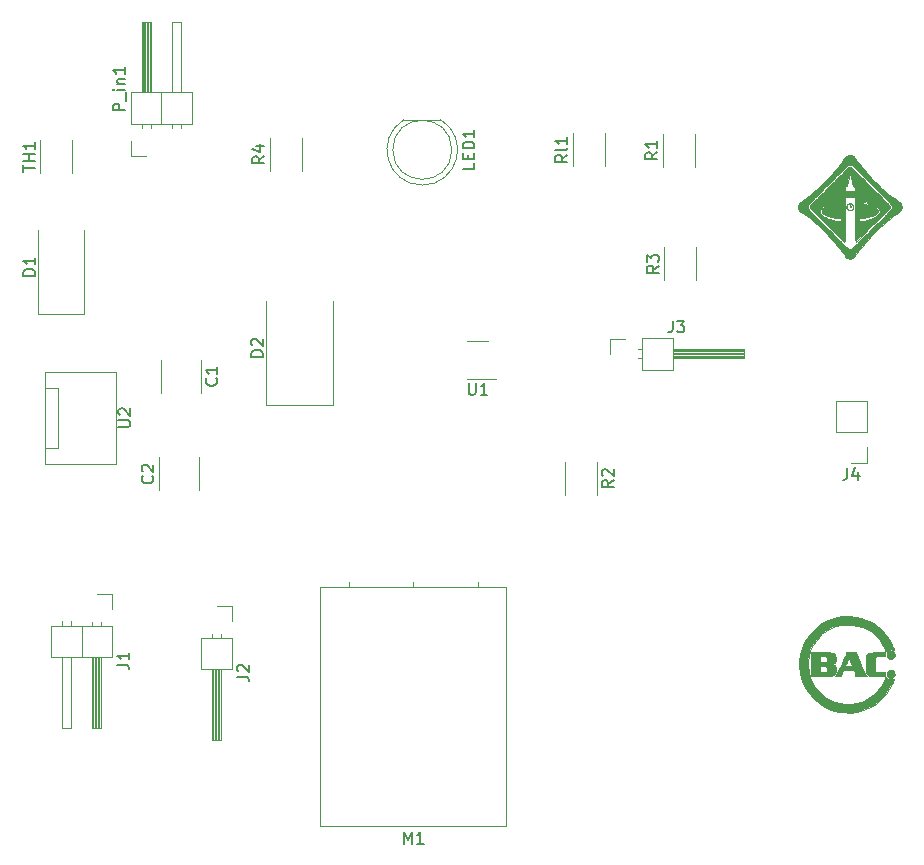
<source format=gbr>
G04 #@! TF.GenerationSoftware,KiCad,Pcbnew,(5.0.1-3-g963ef8bb5)*
G04 #@! TF.CreationDate,2019-04-17T19:13:41-07:00*
G04 #@! TF.ProjectId,wireless_proj,776972656C6573735F70726F6A2E6B69,rev?*
G04 #@! TF.SameCoordinates,Original*
G04 #@! TF.FileFunction,Legend,Top*
G04 #@! TF.FilePolarity,Positive*
%FSLAX46Y46*%
G04 Gerber Fmt 4.6, Leading zero omitted, Abs format (unit mm)*
G04 Created by KiCad (PCBNEW (5.0.1-3-g963ef8bb5)) date 2019 April 17, Wednesday 19:13:41*
%MOMM*%
%LPD*%
G01*
G04 APERTURE LIST*
%ADD10C,0.120000*%
%ADD11C,0.010000*%
%ADD12C,0.150000*%
G04 APERTURE END LIST*
D10*
G04 #@! TO.C,C2*
X114867000Y-98414252D02*
X114867000Y-95641748D01*
X111447000Y-98414252D02*
X111447000Y-95641748D01*
G04 #@! TO.C,C1*
X114994000Y-87386748D02*
X114994000Y-90159252D01*
X111574000Y-87386748D02*
X111574000Y-90159252D01*
G04 #@! TO.C,U2*
X101756000Y-88439000D02*
X107806000Y-88439000D01*
X107806000Y-88439000D02*
X107806000Y-96239000D01*
X107806000Y-96239000D02*
X101756000Y-96239000D01*
X101756000Y-96239000D02*
X101756000Y-88439000D01*
X101856000Y-89789000D02*
X102866000Y-89789000D01*
X102866000Y-89789000D02*
X102866000Y-94869000D01*
X102866000Y-94869000D02*
X101856000Y-94869000D01*
G04 #@! TO.C,J3*
X149606000Y-85598000D02*
X150876000Y-85598000D01*
X149606000Y-86868000D02*
X149606000Y-85598000D01*
X151986000Y-87248000D02*
X152316000Y-87248000D01*
X151986000Y-86488000D02*
X152316000Y-86488000D01*
X154976000Y-87148000D02*
X160976000Y-87148000D01*
X154976000Y-87028000D02*
X160976000Y-87028000D01*
X154976000Y-86908000D02*
X160976000Y-86908000D01*
X154976000Y-86788000D02*
X160976000Y-86788000D01*
X154976000Y-86668000D02*
X160976000Y-86668000D01*
X154976000Y-86548000D02*
X160976000Y-86548000D01*
X160976000Y-87248000D02*
X154976000Y-87248000D01*
X160976000Y-86488000D02*
X160976000Y-87248000D01*
X154976000Y-86488000D02*
X160976000Y-86488000D01*
X154976000Y-85538000D02*
X152316000Y-85538000D01*
X154976000Y-88198000D02*
X154976000Y-85538000D01*
X152316000Y-88198000D02*
X154976000Y-88198000D01*
X152316000Y-85538000D02*
X152316000Y-88198000D01*
G04 #@! TO.C,J2*
X117662000Y-110914000D02*
X115002000Y-110914000D01*
X115002000Y-110914000D02*
X115002000Y-113574000D01*
X115002000Y-113574000D02*
X117662000Y-113574000D01*
X117662000Y-113574000D02*
X117662000Y-110914000D01*
X116712000Y-113574000D02*
X116712000Y-119574000D01*
X116712000Y-119574000D02*
X115952000Y-119574000D01*
X115952000Y-119574000D02*
X115952000Y-113574000D01*
X116652000Y-113574000D02*
X116652000Y-119574000D01*
X116532000Y-113574000D02*
X116532000Y-119574000D01*
X116412000Y-113574000D02*
X116412000Y-119574000D01*
X116292000Y-113574000D02*
X116292000Y-119574000D01*
X116172000Y-113574000D02*
X116172000Y-119574000D01*
X116052000Y-113574000D02*
X116052000Y-119574000D01*
X116712000Y-110584000D02*
X116712000Y-110914000D01*
X115952000Y-110584000D02*
X115952000Y-110914000D01*
X116332000Y-108204000D02*
X117602000Y-108204000D01*
X117602000Y-108204000D02*
X117602000Y-109474000D01*
G04 #@! TO.C,P_in1*
X109093000Y-70104000D02*
X109093000Y-68834000D01*
X110363000Y-70104000D02*
X109093000Y-70104000D01*
X113283000Y-67791071D02*
X113283000Y-67394000D01*
X112523000Y-67791071D02*
X112523000Y-67394000D01*
X113283000Y-58734000D02*
X113283000Y-64734000D01*
X112523000Y-58734000D02*
X113283000Y-58734000D01*
X112523000Y-64734000D02*
X112523000Y-58734000D01*
X111633000Y-67394000D02*
X111633000Y-64734000D01*
X110743000Y-67724000D02*
X110743000Y-67394000D01*
X109983000Y-67724000D02*
X109983000Y-67394000D01*
X110643000Y-64734000D02*
X110643000Y-58734000D01*
X110523000Y-64734000D02*
X110523000Y-58734000D01*
X110403000Y-64734000D02*
X110403000Y-58734000D01*
X110283000Y-64734000D02*
X110283000Y-58734000D01*
X110163000Y-64734000D02*
X110163000Y-58734000D01*
X110043000Y-64734000D02*
X110043000Y-58734000D01*
X110743000Y-58734000D02*
X110743000Y-64734000D01*
X109983000Y-58734000D02*
X110743000Y-58734000D01*
X109983000Y-64734000D02*
X109983000Y-58734000D01*
X109033000Y-64734000D02*
X109033000Y-67394000D01*
X114233000Y-64734000D02*
X109033000Y-64734000D01*
X114233000Y-67394000D02*
X114233000Y-64734000D01*
X109033000Y-67394000D02*
X114233000Y-67394000D01*
G04 #@! TO.C,J1*
X107502000Y-109898000D02*
X102302000Y-109898000D01*
X102302000Y-109898000D02*
X102302000Y-112558000D01*
X102302000Y-112558000D02*
X107502000Y-112558000D01*
X107502000Y-112558000D02*
X107502000Y-109898000D01*
X106552000Y-112558000D02*
X106552000Y-118558000D01*
X106552000Y-118558000D02*
X105792000Y-118558000D01*
X105792000Y-118558000D02*
X105792000Y-112558000D01*
X106492000Y-112558000D02*
X106492000Y-118558000D01*
X106372000Y-112558000D02*
X106372000Y-118558000D01*
X106252000Y-112558000D02*
X106252000Y-118558000D01*
X106132000Y-112558000D02*
X106132000Y-118558000D01*
X106012000Y-112558000D02*
X106012000Y-118558000D01*
X105892000Y-112558000D02*
X105892000Y-118558000D01*
X106552000Y-109568000D02*
X106552000Y-109898000D01*
X105792000Y-109568000D02*
X105792000Y-109898000D01*
X104902000Y-109898000D02*
X104902000Y-112558000D01*
X104012000Y-112558000D02*
X104012000Y-118558000D01*
X104012000Y-118558000D02*
X103252000Y-118558000D01*
X103252000Y-118558000D02*
X103252000Y-112558000D01*
X104012000Y-109500929D02*
X104012000Y-109898000D01*
X103252000Y-109500929D02*
X103252000Y-109898000D01*
X106172000Y-107188000D02*
X107442000Y-107188000D01*
X107442000Y-107188000D02*
X107442000Y-108458000D01*
G04 #@! TO.C,J4*
X171383000Y-96072000D02*
X170053000Y-96072000D01*
X171383000Y-94742000D02*
X171383000Y-96072000D01*
X171383000Y-93472000D02*
X168723000Y-93472000D01*
X168723000Y-93472000D02*
X168723000Y-90872000D01*
X171383000Y-93472000D02*
X171383000Y-90872000D01*
X171383000Y-90872000D02*
X168723000Y-90872000D01*
G04 #@! TO.C,D1*
X101189000Y-76352000D02*
X101189000Y-83512000D01*
X101189000Y-83512000D02*
X105059000Y-83512000D01*
X105059000Y-83512000D02*
X105059000Y-76352000D01*
G04 #@! TO.C,D2*
X120482000Y-82360000D02*
X120482000Y-91220000D01*
X120482000Y-91220000D02*
X126152000Y-91220000D01*
X126152000Y-91220000D02*
X126152000Y-82360000D01*
G04 #@! TO.C,LED1*
X133730538Y-72586000D02*
G75*
G03X135275830Y-67036000I462J2990000D01*
G01*
X133731462Y-72586000D02*
G75*
G02X132186170Y-67036000I-462J2990000D01*
G01*
X136231000Y-69596000D02*
G75*
G03X136231000Y-69596000I-2500000J0D01*
G01*
X135276000Y-67036000D02*
X132186000Y-67036000D01*
G04 #@! TO.C,U1*
X139330000Y-85766000D02*
X137530000Y-85766000D01*
X137530000Y-88986000D02*
X139980000Y-88986000D01*
G04 #@! TO.C,M1*
X140850000Y-106639000D02*
X125110000Y-106639000D01*
X140850000Y-126879000D02*
X125110000Y-126879000D01*
X140850000Y-126879000D02*
X140850000Y-106639000D01*
X125110000Y-126879000D02*
X125110000Y-106639000D01*
X138430000Y-106639000D02*
X138430000Y-106159000D01*
X132980000Y-106639000D02*
X132980000Y-106159000D01*
X127530000Y-106639000D02*
X127530000Y-106159000D01*
G04 #@! TO.C,TH1*
X104103000Y-71557564D02*
X104103000Y-68753436D01*
X101383000Y-71557564D02*
X101383000Y-68753436D01*
G04 #@! TO.C,Rl1*
X146468000Y-70998064D02*
X146468000Y-68193936D01*
X149188000Y-70998064D02*
X149188000Y-68193936D01*
G04 #@! TO.C,R4*
X123534000Y-71379064D02*
X123534000Y-68574936D01*
X120814000Y-71379064D02*
X120814000Y-68574936D01*
G04 #@! TO.C,R3*
X154215000Y-80650064D02*
X154215000Y-77845936D01*
X156935000Y-80650064D02*
X156935000Y-77845936D01*
G04 #@! TO.C,R2*
X145833000Y-96006936D02*
X145833000Y-98811064D01*
X148553000Y-96006936D02*
X148553000Y-98811064D01*
G04 #@! TO.C,R1*
X154088000Y-71049564D02*
X154088000Y-68245436D01*
X156808000Y-71049564D02*
X156808000Y-68245436D01*
D11*
G04 #@! TO.C,G\002A\002A\002A*
G36*
X173521840Y-112030624D02*
X173634408Y-112109932D01*
X173706186Y-112228420D01*
X173723158Y-112375691D01*
X173720817Y-112395000D01*
X173668676Y-112529261D01*
X173568742Y-112626657D01*
X173439564Y-112679743D01*
X173299688Y-112681074D01*
X173167664Y-112623205D01*
X173162318Y-112619177D01*
X173076493Y-112512961D01*
X173041482Y-112380691D01*
X173054858Y-112243320D01*
X173114195Y-112121805D01*
X173217067Y-112037098D01*
X173230398Y-112031150D01*
X173382497Y-112000897D01*
X173521840Y-112030624D01*
X173521840Y-112030624D01*
G37*
X173521840Y-112030624D02*
X173634408Y-112109932D01*
X173706186Y-112228420D01*
X173723158Y-112375691D01*
X173720817Y-112395000D01*
X173668676Y-112529261D01*
X173568742Y-112626657D01*
X173439564Y-112679743D01*
X173299688Y-112681074D01*
X173167664Y-112623205D01*
X173162318Y-112619177D01*
X173076493Y-112512961D01*
X173041482Y-112380691D01*
X173054858Y-112243320D01*
X173114195Y-112121805D01*
X173217067Y-112037098D01*
X173230398Y-112031150D01*
X173382497Y-112000897D01*
X173521840Y-112030624D01*
G36*
X172926721Y-112313806D02*
X172924031Y-112492156D01*
X172577087Y-112476319D01*
X172397966Y-112473000D01*
X172247635Y-112479450D01*
X172145370Y-112494660D01*
X172129498Y-112499742D01*
X172028853Y-112539000D01*
X172038783Y-113165500D01*
X172048714Y-113792000D01*
X172923886Y-113812266D01*
X172929328Y-114173000D01*
X172306210Y-114173000D01*
X172075811Y-114172325D01*
X171904968Y-114169396D01*
X171780670Y-114162857D01*
X171689907Y-114151350D01*
X171619669Y-114133520D01*
X171556946Y-114108009D01*
X171523175Y-114091357D01*
X171440991Y-114043070D01*
X171378952Y-113986427D01*
X171334220Y-113911009D01*
X171303956Y-113806394D01*
X171285322Y-113662161D01*
X171275479Y-113467890D01*
X171271588Y-113213160D01*
X171271332Y-113166806D01*
X171273315Y-112891642D01*
X171283675Y-112678600D01*
X171304673Y-112517488D01*
X171338569Y-112398115D01*
X171387624Y-112310289D01*
X171454099Y-112243818D01*
X171480291Y-112224800D01*
X171524126Y-112201011D01*
X171583107Y-112183115D01*
X171668206Y-112170010D01*
X171790396Y-112160598D01*
X171960648Y-112153777D01*
X172189935Y-112148448D01*
X172253206Y-112147299D01*
X172929412Y-112135455D01*
X172926721Y-112313806D01*
X172926721Y-112313806D01*
G37*
X172926721Y-112313806D02*
X172924031Y-112492156D01*
X172577087Y-112476319D01*
X172397966Y-112473000D01*
X172247635Y-112479450D01*
X172145370Y-112494660D01*
X172129498Y-112499742D01*
X172028853Y-112539000D01*
X172038783Y-113165500D01*
X172048714Y-113792000D01*
X172923886Y-113812266D01*
X172929328Y-114173000D01*
X172306210Y-114173000D01*
X172075811Y-114172325D01*
X171904968Y-114169396D01*
X171780670Y-114162857D01*
X171689907Y-114151350D01*
X171619669Y-114133520D01*
X171556946Y-114108009D01*
X171523175Y-114091357D01*
X171440991Y-114043070D01*
X171378952Y-113986427D01*
X171334220Y-113911009D01*
X171303956Y-113806394D01*
X171285322Y-113662161D01*
X171275479Y-113467890D01*
X171271588Y-113213160D01*
X171271332Y-113166806D01*
X171273315Y-112891642D01*
X171283675Y-112678600D01*
X171304673Y-112517488D01*
X171338569Y-112398115D01*
X171387624Y-112310289D01*
X171454099Y-112243818D01*
X171480291Y-112224800D01*
X171524126Y-112201011D01*
X171583107Y-112183115D01*
X171668206Y-112170010D01*
X171790396Y-112160598D01*
X171960648Y-112153777D01*
X172189935Y-112148448D01*
X172253206Y-112147299D01*
X172929412Y-112135455D01*
X172926721Y-112313806D01*
G36*
X170796231Y-112966500D02*
X170895798Y-113207910D01*
X170992642Y-113437792D01*
X171081492Y-113644012D01*
X171157081Y-113814436D01*
X171214140Y-113936930D01*
X171237360Y-113982500D01*
X171341763Y-114173000D01*
X170363243Y-114173000D01*
X170384131Y-114068561D01*
X170379634Y-113945314D01*
X170330835Y-113796418D01*
X170256652Y-113628715D01*
X169354365Y-113628715D01*
X169274469Y-113814437D01*
X169227469Y-113951210D01*
X169212798Y-114059740D01*
X169216264Y-114086580D01*
X169224249Y-114130315D01*
X169211612Y-114156058D01*
X169164365Y-114168577D01*
X169068520Y-114172638D01*
X168962649Y-114173000D01*
X168687344Y-114173000D01*
X168759210Y-114072073D01*
X168794120Y-114012265D01*
X168854724Y-113896821D01*
X168935975Y-113735844D01*
X169032829Y-113539437D01*
X169140240Y-113317704D01*
X169153903Y-113289075D01*
X169526857Y-113289075D01*
X169560278Y-113295144D01*
X169649094Y-113299714D01*
X169776128Y-113302012D01*
X169817143Y-113302143D01*
X169951957Y-113299959D01*
X170053472Y-113294155D01*
X170104517Y-113285853D01*
X170107428Y-113283172D01*
X170093900Y-113238088D01*
X170058793Y-113146323D01*
X170010329Y-113027369D01*
X169956727Y-112900717D01*
X169906208Y-112785858D01*
X169866992Y-112702283D01*
X169849276Y-112671043D01*
X169826803Y-112691244D01*
X169782302Y-112760811D01*
X169724348Y-112863304D01*
X169661515Y-112982287D01*
X169602380Y-113101322D01*
X169555519Y-113203970D01*
X169529505Y-113273794D01*
X169526857Y-113289075D01*
X169153903Y-113289075D01*
X169232452Y-113124497D01*
X169358866Y-112855804D01*
X169455622Y-112644829D01*
X169525575Y-112484410D01*
X169571580Y-112367384D01*
X169596493Y-112286588D01*
X169603169Y-112234859D01*
X169597209Y-112209424D01*
X169585749Y-112180984D01*
X169594602Y-112161751D01*
X169634595Y-112149932D01*
X169716559Y-112143732D01*
X169851323Y-112141355D01*
X170010047Y-112141000D01*
X170459504Y-112141000D01*
X170796231Y-112966500D01*
X170796231Y-112966500D01*
G37*
X170796231Y-112966500D02*
X170895798Y-113207910D01*
X170992642Y-113437792D01*
X171081492Y-113644012D01*
X171157081Y-113814436D01*
X171214140Y-113936930D01*
X171237360Y-113982500D01*
X171341763Y-114173000D01*
X170363243Y-114173000D01*
X170384131Y-114068561D01*
X170379634Y-113945314D01*
X170330835Y-113796418D01*
X170256652Y-113628715D01*
X169354365Y-113628715D01*
X169274469Y-113814437D01*
X169227469Y-113951210D01*
X169212798Y-114059740D01*
X169216264Y-114086580D01*
X169224249Y-114130315D01*
X169211612Y-114156058D01*
X169164365Y-114168577D01*
X169068520Y-114172638D01*
X168962649Y-114173000D01*
X168687344Y-114173000D01*
X168759210Y-114072073D01*
X168794120Y-114012265D01*
X168854724Y-113896821D01*
X168935975Y-113735844D01*
X169032829Y-113539437D01*
X169140240Y-113317704D01*
X169153903Y-113289075D01*
X169526857Y-113289075D01*
X169560278Y-113295144D01*
X169649094Y-113299714D01*
X169776128Y-113302012D01*
X169817143Y-113302143D01*
X169951957Y-113299959D01*
X170053472Y-113294155D01*
X170104517Y-113285853D01*
X170107428Y-113283172D01*
X170093900Y-113238088D01*
X170058793Y-113146323D01*
X170010329Y-113027369D01*
X169956727Y-112900717D01*
X169906208Y-112785858D01*
X169866992Y-112702283D01*
X169849276Y-112671043D01*
X169826803Y-112691244D01*
X169782302Y-112760811D01*
X169724348Y-112863304D01*
X169661515Y-112982287D01*
X169602380Y-113101322D01*
X169555519Y-113203970D01*
X169529505Y-113273794D01*
X169526857Y-113289075D01*
X169153903Y-113289075D01*
X169232452Y-113124497D01*
X169358866Y-112855804D01*
X169455622Y-112644829D01*
X169525575Y-112484410D01*
X169571580Y-112367384D01*
X169596493Y-112286588D01*
X169603169Y-112234859D01*
X169597209Y-112209424D01*
X169585749Y-112180984D01*
X169594602Y-112161751D01*
X169634595Y-112149932D01*
X169716559Y-112143732D01*
X169851323Y-112141355D01*
X170010047Y-112141000D01*
X170459504Y-112141000D01*
X170796231Y-112966500D01*
G36*
X167458571Y-112141203D02*
X167711102Y-112142837D01*
X167945207Y-112147313D01*
X168148854Y-112154172D01*
X168310008Y-112162958D01*
X168416635Y-112173213D01*
X168445706Y-112178738D01*
X168579787Y-112236766D01*
X168667302Y-112329534D01*
X168714733Y-112467983D01*
X168728571Y-112656279D01*
X168722241Y-112831139D01*
X168698582Y-112947457D01*
X168650595Y-113018528D01*
X168571279Y-113057641D01*
X168510371Y-113070572D01*
X168414239Y-113094342D01*
X168389993Y-113121720D01*
X168437202Y-113150236D01*
X168528158Y-113172591D01*
X168616808Y-113200036D01*
X168675479Y-113251303D01*
X168709845Y-113339180D01*
X168725581Y-113476458D01*
X168728571Y-113624306D01*
X168725675Y-113777888D01*
X168714091Y-113879524D01*
X168689477Y-113949710D01*
X168647488Y-114008941D01*
X168646928Y-114009591D01*
X168597790Y-114057018D01*
X168535806Y-114094375D01*
X168452346Y-114122825D01*
X168338778Y-114143529D01*
X168186468Y-114157652D01*
X167986785Y-114166356D01*
X167731098Y-114170803D01*
X167440428Y-114172135D01*
X166605857Y-114173000D01*
X166605857Y-113810143D01*
X167386000Y-113810143D01*
X167969887Y-113810143D01*
X167959158Y-113565215D01*
X167948428Y-113320286D01*
X167386000Y-113299090D01*
X167386000Y-113810143D01*
X166605857Y-113810143D01*
X166605857Y-112800289D01*
X167390080Y-112800289D01*
X167394683Y-112893570D01*
X167400943Y-112925889D01*
X167445525Y-112953307D01*
X167539736Y-112970620D01*
X167661176Y-112976587D01*
X167787445Y-112969967D01*
X167884928Y-112952701D01*
X167931206Y-112932381D01*
X167955788Y-112890559D01*
X167965311Y-112808240D01*
X167966571Y-112718984D01*
X167964826Y-112600166D01*
X167953105Y-112534738D01*
X167921678Y-112503517D01*
X167860817Y-112487323D01*
X167847826Y-112484869D01*
X167733591Y-112473289D01*
X167598587Y-112472405D01*
X167566612Y-112474153D01*
X167404143Y-112485714D01*
X167393010Y-112680961D01*
X167390080Y-112800289D01*
X166605857Y-112800289D01*
X166605857Y-112141000D01*
X167458571Y-112141203D01*
X167458571Y-112141203D01*
G37*
X167458571Y-112141203D02*
X167711102Y-112142837D01*
X167945207Y-112147313D01*
X168148854Y-112154172D01*
X168310008Y-112162958D01*
X168416635Y-112173213D01*
X168445706Y-112178738D01*
X168579787Y-112236766D01*
X168667302Y-112329534D01*
X168714733Y-112467983D01*
X168728571Y-112656279D01*
X168722241Y-112831139D01*
X168698582Y-112947457D01*
X168650595Y-113018528D01*
X168571279Y-113057641D01*
X168510371Y-113070572D01*
X168414239Y-113094342D01*
X168389993Y-113121720D01*
X168437202Y-113150236D01*
X168528158Y-113172591D01*
X168616808Y-113200036D01*
X168675479Y-113251303D01*
X168709845Y-113339180D01*
X168725581Y-113476458D01*
X168728571Y-113624306D01*
X168725675Y-113777888D01*
X168714091Y-113879524D01*
X168689477Y-113949710D01*
X168647488Y-114008941D01*
X168646928Y-114009591D01*
X168597790Y-114057018D01*
X168535806Y-114094375D01*
X168452346Y-114122825D01*
X168338778Y-114143529D01*
X168186468Y-114157652D01*
X167986785Y-114166356D01*
X167731098Y-114170803D01*
X167440428Y-114172135D01*
X166605857Y-114173000D01*
X166605857Y-113810143D01*
X167386000Y-113810143D01*
X167969887Y-113810143D01*
X167959158Y-113565215D01*
X167948428Y-113320286D01*
X167386000Y-113299090D01*
X167386000Y-113810143D01*
X166605857Y-113810143D01*
X166605857Y-112800289D01*
X167390080Y-112800289D01*
X167394683Y-112893570D01*
X167400943Y-112925889D01*
X167445525Y-112953307D01*
X167539736Y-112970620D01*
X167661176Y-112976587D01*
X167787445Y-112969967D01*
X167884928Y-112952701D01*
X167931206Y-112932381D01*
X167955788Y-112890559D01*
X167965311Y-112808240D01*
X167966571Y-112718984D01*
X167964826Y-112600166D01*
X167953105Y-112534738D01*
X167921678Y-112503517D01*
X167860817Y-112487323D01*
X167847826Y-112484869D01*
X167733591Y-112473289D01*
X167598587Y-112472405D01*
X167566612Y-112474153D01*
X167404143Y-112485714D01*
X167393010Y-112680961D01*
X167390080Y-112800289D01*
X166605857Y-112800289D01*
X166605857Y-112141000D01*
X167458571Y-112141203D01*
G36*
X173560193Y-113679105D02*
X173629934Y-113734780D01*
X173710185Y-113857824D01*
X173729216Y-113990535D01*
X173694049Y-114117886D01*
X173611705Y-114224848D01*
X173489205Y-114296396D01*
X173357374Y-114318143D01*
X173271555Y-114293998D01*
X173176310Y-114234334D01*
X173157909Y-114218357D01*
X173065100Y-114090997D01*
X173035477Y-113950518D01*
X173069545Y-113813435D01*
X173142584Y-113717696D01*
X173273928Y-113640446D01*
X173419119Y-113627793D01*
X173560193Y-113679105D01*
X173560193Y-113679105D01*
G37*
X173560193Y-113679105D02*
X173629934Y-113734780D01*
X173710185Y-113857824D01*
X173729216Y-113990535D01*
X173694049Y-114117886D01*
X173611705Y-114224848D01*
X173489205Y-114296396D01*
X173357374Y-114318143D01*
X173271555Y-114293998D01*
X173176310Y-114234334D01*
X173157909Y-114218357D01*
X173065100Y-114090997D01*
X173035477Y-113950518D01*
X173069545Y-113813435D01*
X173142584Y-113717696D01*
X173273928Y-113640446D01*
X173419119Y-113627793D01*
X173560193Y-113679105D01*
G36*
X170375261Y-109111491D02*
X170862096Y-109216520D01*
X171332361Y-109379568D01*
X171780498Y-109599127D01*
X172200952Y-109873689D01*
X172588166Y-110201747D01*
X172936583Y-110581792D01*
X173240648Y-111012317D01*
X173463928Y-111424954D01*
X173534250Y-111578800D01*
X173594326Y-111719223D01*
X173635807Y-111826252D01*
X173648204Y-111865752D01*
X173661093Y-111937217D01*
X173643069Y-111954808D01*
X173605359Y-111942263D01*
X173412686Y-111891077D01*
X173236437Y-111909875D01*
X173071454Y-111999351D01*
X173049368Y-112017215D01*
X172972920Y-112072141D01*
X172939622Y-112071278D01*
X172937714Y-112059949D01*
X172919787Y-111990364D01*
X172871387Y-111874630D01*
X172800581Y-111728088D01*
X172715441Y-111566079D01*
X172624034Y-111403945D01*
X172534430Y-111257026D01*
X172454698Y-111140664D01*
X172452988Y-111138395D01*
X172132824Y-110771315D01*
X171774534Y-110461731D01*
X171384631Y-110210102D01*
X170969629Y-110016888D01*
X170536043Y-109882547D01*
X170090387Y-109807538D01*
X169639174Y-109792323D01*
X169188919Y-109837359D01*
X168746137Y-109943106D01*
X168317340Y-110110023D01*
X167909044Y-110338570D01*
X167527762Y-110629207D01*
X167367339Y-110779768D01*
X167046366Y-111149618D01*
X166787562Y-111550883D01*
X166591288Y-111976943D01*
X166457908Y-112421174D01*
X166387786Y-112876956D01*
X166381285Y-113337664D01*
X166438769Y-113796679D01*
X166560601Y-114247377D01*
X166747144Y-114683137D01*
X166998762Y-115097337D01*
X167121448Y-115260175D01*
X167451060Y-115616655D01*
X167819497Y-115915618D01*
X168220023Y-116156035D01*
X168645905Y-116336879D01*
X169090407Y-116457119D01*
X169546795Y-116515729D01*
X170008333Y-116511678D01*
X170468287Y-116443939D01*
X170919921Y-116311483D01*
X171356502Y-116113281D01*
X171629135Y-115948627D01*
X171874898Y-115764357D01*
X172117930Y-115546348D01*
X172338696Y-115313967D01*
X172517659Y-115086582D01*
X172554600Y-115031189D01*
X172637600Y-114893784D01*
X172723469Y-114739255D01*
X172804311Y-114583404D01*
X172872226Y-114442035D01*
X172919318Y-114330949D01*
X172937688Y-114265950D01*
X172937714Y-114264620D01*
X172956352Y-114215031D01*
X172995519Y-114221644D01*
X173024036Y-114265353D01*
X173086464Y-114336243D01*
X173197989Y-114386045D01*
X173337165Y-114410704D01*
X173482544Y-114406166D01*
X173599928Y-114374219D01*
X173640786Y-114363457D01*
X173658088Y-114381758D01*
X173650067Y-114437253D01*
X173614954Y-114538070D01*
X173550983Y-114692338D01*
X173510479Y-114785543D01*
X173268688Y-115253861D01*
X172970425Y-115680805D01*
X172609784Y-116074814D01*
X172605615Y-116078835D01*
X172239291Y-116401588D01*
X171871449Y-116662071D01*
X171487386Y-116869378D01*
X171072402Y-117032603D01*
X171054076Y-117038629D01*
X170516798Y-117176952D01*
X169974383Y-117243055D01*
X169428445Y-117236804D01*
X169109571Y-117199780D01*
X168594679Y-117085048D01*
X168107394Y-116907271D01*
X167651881Y-116671562D01*
X167232306Y-116383038D01*
X166852832Y-116046814D01*
X166517624Y-115668004D01*
X166230847Y-115251725D01*
X165996666Y-114803091D01*
X165819244Y-114327218D01*
X165702746Y-113829221D01*
X165651338Y-113314214D01*
X165655653Y-112957429D01*
X165720624Y-112411017D01*
X165852046Y-111889504D01*
X166051747Y-111387390D01*
X166321555Y-110899180D01*
X166359530Y-110840040D01*
X166466161Y-110697077D01*
X166615204Y-110524874D01*
X166791579Y-110338479D01*
X166980210Y-110152941D01*
X167166018Y-109983310D01*
X167333925Y-109844635D01*
X167417420Y-109784150D01*
X167886996Y-109509402D01*
X168373340Y-109301720D01*
X168870894Y-109159595D01*
X169374104Y-109081521D01*
X169877411Y-109065989D01*
X170375261Y-109111491D01*
X170375261Y-109111491D01*
G37*
X170375261Y-109111491D02*
X170862096Y-109216520D01*
X171332361Y-109379568D01*
X171780498Y-109599127D01*
X172200952Y-109873689D01*
X172588166Y-110201747D01*
X172936583Y-110581792D01*
X173240648Y-111012317D01*
X173463928Y-111424954D01*
X173534250Y-111578800D01*
X173594326Y-111719223D01*
X173635807Y-111826252D01*
X173648204Y-111865752D01*
X173661093Y-111937217D01*
X173643069Y-111954808D01*
X173605359Y-111942263D01*
X173412686Y-111891077D01*
X173236437Y-111909875D01*
X173071454Y-111999351D01*
X173049368Y-112017215D01*
X172972920Y-112072141D01*
X172939622Y-112071278D01*
X172937714Y-112059949D01*
X172919787Y-111990364D01*
X172871387Y-111874630D01*
X172800581Y-111728088D01*
X172715441Y-111566079D01*
X172624034Y-111403945D01*
X172534430Y-111257026D01*
X172454698Y-111140664D01*
X172452988Y-111138395D01*
X172132824Y-110771315D01*
X171774534Y-110461731D01*
X171384631Y-110210102D01*
X170969629Y-110016888D01*
X170536043Y-109882547D01*
X170090387Y-109807538D01*
X169639174Y-109792323D01*
X169188919Y-109837359D01*
X168746137Y-109943106D01*
X168317340Y-110110023D01*
X167909044Y-110338570D01*
X167527762Y-110629207D01*
X167367339Y-110779768D01*
X167046366Y-111149618D01*
X166787562Y-111550883D01*
X166591288Y-111976943D01*
X166457908Y-112421174D01*
X166387786Y-112876956D01*
X166381285Y-113337664D01*
X166438769Y-113796679D01*
X166560601Y-114247377D01*
X166747144Y-114683137D01*
X166998762Y-115097337D01*
X167121448Y-115260175D01*
X167451060Y-115616655D01*
X167819497Y-115915618D01*
X168220023Y-116156035D01*
X168645905Y-116336879D01*
X169090407Y-116457119D01*
X169546795Y-116515729D01*
X170008333Y-116511678D01*
X170468287Y-116443939D01*
X170919921Y-116311483D01*
X171356502Y-116113281D01*
X171629135Y-115948627D01*
X171874898Y-115764357D01*
X172117930Y-115546348D01*
X172338696Y-115313967D01*
X172517659Y-115086582D01*
X172554600Y-115031189D01*
X172637600Y-114893784D01*
X172723469Y-114739255D01*
X172804311Y-114583404D01*
X172872226Y-114442035D01*
X172919318Y-114330949D01*
X172937688Y-114265950D01*
X172937714Y-114264620D01*
X172956352Y-114215031D01*
X172995519Y-114221644D01*
X173024036Y-114265353D01*
X173086464Y-114336243D01*
X173197989Y-114386045D01*
X173337165Y-114410704D01*
X173482544Y-114406166D01*
X173599928Y-114374219D01*
X173640786Y-114363457D01*
X173658088Y-114381758D01*
X173650067Y-114437253D01*
X173614954Y-114538070D01*
X173550983Y-114692338D01*
X173510479Y-114785543D01*
X173268688Y-115253861D01*
X172970425Y-115680805D01*
X172609784Y-116074814D01*
X172605615Y-116078835D01*
X172239291Y-116401588D01*
X171871449Y-116662071D01*
X171487386Y-116869378D01*
X171072402Y-117032603D01*
X171054076Y-117038629D01*
X170516798Y-117176952D01*
X169974383Y-117243055D01*
X169428445Y-117236804D01*
X169109571Y-117199780D01*
X168594679Y-117085048D01*
X168107394Y-116907271D01*
X167651881Y-116671562D01*
X167232306Y-116383038D01*
X166852832Y-116046814D01*
X166517624Y-115668004D01*
X166230847Y-115251725D01*
X165996666Y-114803091D01*
X165819244Y-114327218D01*
X165702746Y-113829221D01*
X165651338Y-113314214D01*
X165655653Y-112957429D01*
X165720624Y-112411017D01*
X165852046Y-111889504D01*
X166051747Y-111387390D01*
X166321555Y-110899180D01*
X166359530Y-110840040D01*
X166466161Y-110697077D01*
X166615204Y-110524874D01*
X166791579Y-110338479D01*
X166980210Y-110152941D01*
X167166018Y-109983310D01*
X167333925Y-109844635D01*
X167417420Y-109784150D01*
X167886996Y-109509402D01*
X168373340Y-109301720D01*
X168870894Y-109159595D01*
X169374104Y-109081521D01*
X169877411Y-109065989D01*
X170375261Y-109111491D01*
G36*
X169919650Y-74204492D02*
X169933620Y-74206100D01*
X169934992Y-74311344D01*
X169936365Y-74416588D01*
X169977249Y-74401514D01*
X169996271Y-74394668D01*
X170011645Y-74389446D01*
X170020898Y-74386677D01*
X170022274Y-74386440D01*
X170026160Y-74390565D01*
X170029892Y-74399432D01*
X170031557Y-74407776D01*
X170030922Y-74410210D01*
X170025909Y-74412344D01*
X170013162Y-74417216D01*
X169994512Y-74424140D01*
X169971792Y-74432430D01*
X169967624Y-74433937D01*
X169905680Y-74456310D01*
X169905680Y-74202885D01*
X169919650Y-74204492D01*
X169919650Y-74204492D01*
G37*
X169919650Y-74204492D02*
X169933620Y-74206100D01*
X169934992Y-74311344D01*
X169936365Y-74416588D01*
X169977249Y-74401514D01*
X169996271Y-74394668D01*
X170011645Y-74389446D01*
X170020898Y-74386677D01*
X170022274Y-74386440D01*
X170026160Y-74390565D01*
X170029892Y-74399432D01*
X170031557Y-74407776D01*
X170030922Y-74410210D01*
X170025909Y-74412344D01*
X170013162Y-74417216D01*
X169994512Y-74424140D01*
X169971792Y-74432430D01*
X169967624Y-74433937D01*
X169905680Y-74456310D01*
X169905680Y-74202885D01*
X169919650Y-74204492D01*
G36*
X170185299Y-73050839D02*
X170208336Y-73062527D01*
X170213188Y-73066469D01*
X170220488Y-73073161D01*
X170226618Y-73079935D01*
X170231681Y-73087700D01*
X170235778Y-73097362D01*
X170239012Y-73109829D01*
X170241485Y-73126006D01*
X170243298Y-73146803D01*
X170244553Y-73173125D01*
X170245353Y-73205881D01*
X170245799Y-73245976D01*
X170245994Y-73294319D01*
X170246039Y-73351816D01*
X170246040Y-73358644D01*
X170246040Y-73588880D01*
X170083011Y-73588880D01*
X170084515Y-73351390D01*
X170086020Y-73113900D01*
X170098720Y-73091040D01*
X170115928Y-73068720D01*
X170137294Y-73054322D01*
X170161018Y-73048233D01*
X170185299Y-73050839D01*
X170185299Y-73050839D01*
G37*
X170185299Y-73050839D02*
X170208336Y-73062527D01*
X170213188Y-73066469D01*
X170220488Y-73073161D01*
X170226618Y-73079935D01*
X170231681Y-73087700D01*
X170235778Y-73097362D01*
X170239012Y-73109829D01*
X170241485Y-73126006D01*
X170243298Y-73146803D01*
X170244553Y-73173125D01*
X170245353Y-73205881D01*
X170245799Y-73245976D01*
X170245994Y-73294319D01*
X170246039Y-73351816D01*
X170246040Y-73358644D01*
X170246040Y-73588880D01*
X170083011Y-73588880D01*
X170084515Y-73351390D01*
X170086020Y-73113900D01*
X170098720Y-73091040D01*
X170115928Y-73068720D01*
X170137294Y-73054322D01*
X170161018Y-73048233D01*
X170185299Y-73050839D01*
G36*
X169941247Y-73048780D02*
X169964519Y-73057864D01*
X169984899Y-73074219D01*
X169997120Y-73091040D01*
X170009820Y-73113900D01*
X170012828Y-73588880D01*
X169849800Y-73588880D01*
X169849828Y-73359010D01*
X169849971Y-73293544D01*
X169850381Y-73237761D01*
X169851057Y-73191747D01*
X169851996Y-73155588D01*
X169853196Y-73129371D01*
X169854656Y-73113181D01*
X169855466Y-73108934D01*
X169865421Y-73087781D01*
X169881577Y-73068672D01*
X169901057Y-73054415D01*
X169917571Y-73048302D01*
X169941247Y-73048780D01*
X169941247Y-73048780D01*
G37*
X169941247Y-73048780D02*
X169964519Y-73057864D01*
X169984899Y-73074219D01*
X169997120Y-73091040D01*
X170009820Y-73113900D01*
X170012828Y-73588880D01*
X169849800Y-73588880D01*
X169849828Y-73359010D01*
X169849971Y-73293544D01*
X169850381Y-73237761D01*
X169851057Y-73191747D01*
X169851996Y-73155588D01*
X169853196Y-73129371D01*
X169854656Y-73113181D01*
X169855466Y-73108934D01*
X169865421Y-73087781D01*
X169881577Y-73068672D01*
X169901057Y-73054415D01*
X169917571Y-73048302D01*
X169941247Y-73048780D01*
G36*
X169713815Y-73050577D02*
X169737403Y-73063734D01*
X169741714Y-73067317D01*
X169748859Y-73073660D01*
X169754848Y-73079676D01*
X169759783Y-73086278D01*
X169763767Y-73094376D01*
X169766900Y-73104883D01*
X169769285Y-73118710D01*
X169771025Y-73136771D01*
X169772220Y-73159976D01*
X169772973Y-73189237D01*
X169773386Y-73225467D01*
X169773561Y-73269578D01*
X169773599Y-73322481D01*
X169773600Y-73352496D01*
X169773600Y-73588880D01*
X169616120Y-73588880D01*
X169616120Y-73355036D01*
X169616137Y-73297594D01*
X169616252Y-73249386D01*
X169616559Y-73209484D01*
X169617151Y-73176963D01*
X169618125Y-73150895D01*
X169619573Y-73130355D01*
X169621590Y-73114416D01*
X169624270Y-73102150D01*
X169627707Y-73092633D01*
X169631997Y-73084937D01*
X169637232Y-73078135D01*
X169643508Y-73071301D01*
X169645167Y-73069567D01*
X169666524Y-73053521D01*
X169689798Y-73047182D01*
X169713815Y-73050577D01*
X169713815Y-73050577D01*
G37*
X169713815Y-73050577D02*
X169737403Y-73063734D01*
X169741714Y-73067317D01*
X169748859Y-73073660D01*
X169754848Y-73079676D01*
X169759783Y-73086278D01*
X169763767Y-73094376D01*
X169766900Y-73104883D01*
X169769285Y-73118710D01*
X169771025Y-73136771D01*
X169772220Y-73159976D01*
X169772973Y-73189237D01*
X169773386Y-73225467D01*
X169773561Y-73269578D01*
X169773599Y-73322481D01*
X169773600Y-73352496D01*
X169773600Y-73588880D01*
X169616120Y-73588880D01*
X169616120Y-73355036D01*
X169616137Y-73297594D01*
X169616252Y-73249386D01*
X169616559Y-73209484D01*
X169617151Y-73176963D01*
X169618125Y-73150895D01*
X169619573Y-73130355D01*
X169621590Y-73114416D01*
X169624270Y-73102150D01*
X169627707Y-73092633D01*
X169631997Y-73084937D01*
X169637232Y-73078135D01*
X169643508Y-73071301D01*
X169645167Y-73069567D01*
X169666524Y-73053521D01*
X169689798Y-73047182D01*
X169713815Y-73050577D01*
G36*
X170003077Y-74127911D02*
X170055241Y-74145698D01*
X170102201Y-74171889D01*
X170143344Y-74206014D01*
X170178060Y-74247600D01*
X170205736Y-74296178D01*
X170218937Y-74329145D01*
X170230112Y-74375775D01*
X170233470Y-74425531D01*
X170229012Y-74475052D01*
X170218937Y-74514854D01*
X170195900Y-74567483D01*
X170165543Y-74613346D01*
X170128479Y-74651980D01*
X170085321Y-74682922D01*
X170036683Y-74705709D01*
X169983178Y-74719877D01*
X169941240Y-74724519D01*
X169903339Y-74724312D01*
X169869279Y-74720114D01*
X169865040Y-74719214D01*
X169814092Y-74702769D01*
X169767351Y-74677277D01*
X169724295Y-74642446D01*
X169717549Y-74635821D01*
X169685557Y-74599588D01*
X169661731Y-74562762D01*
X169644360Y-74522377D01*
X169636315Y-74495172D01*
X169627847Y-74441929D01*
X169628453Y-74416075D01*
X169655077Y-74416075D01*
X169658324Y-74465255D01*
X169670116Y-74512884D01*
X169690453Y-74557200D01*
X169696604Y-74567146D01*
X169729270Y-74609022D01*
X169767504Y-74643852D01*
X169810032Y-74670698D01*
X169855577Y-74688620D01*
X169864946Y-74691053D01*
X169886990Y-74694331D01*
X169914951Y-74695739D01*
X169945112Y-74695355D01*
X169973760Y-74693260D01*
X169997176Y-74689531D01*
X170002547Y-74688128D01*
X170048760Y-74669702D01*
X170091674Y-74643456D01*
X170129454Y-74610862D01*
X170160262Y-74573391D01*
X170173627Y-74551126D01*
X170193566Y-74503003D01*
X170203968Y-74454032D01*
X170205284Y-74405235D01*
X170197962Y-74357637D01*
X170182451Y-74312262D01*
X170159202Y-74270132D01*
X170128664Y-74232272D01*
X170091285Y-74199706D01*
X170047516Y-74173457D01*
X169999784Y-74155117D01*
X169969115Y-74149420D01*
X169933036Y-74147717D01*
X169895344Y-74149804D01*
X169859834Y-74155477D01*
X169831147Y-74164178D01*
X169783870Y-74188648D01*
X169743034Y-74220590D01*
X169707797Y-74260707D01*
X169696604Y-74276853D01*
X169674217Y-74320113D01*
X169660375Y-74367108D01*
X169655077Y-74416075D01*
X169628453Y-74416075D01*
X169629114Y-74387912D01*
X169639938Y-74334579D01*
X169660141Y-74283384D01*
X169662814Y-74278165D01*
X169682857Y-74247173D01*
X169709801Y-74215801D01*
X169740864Y-74186746D01*
X169773265Y-74162709D01*
X169793920Y-74150958D01*
X169844676Y-74130992D01*
X169896024Y-74120235D01*
X169946320Y-74119000D01*
X170003077Y-74127911D01*
X170003077Y-74127911D01*
G37*
X170003077Y-74127911D02*
X170055241Y-74145698D01*
X170102201Y-74171889D01*
X170143344Y-74206014D01*
X170178060Y-74247600D01*
X170205736Y-74296178D01*
X170218937Y-74329145D01*
X170230112Y-74375775D01*
X170233470Y-74425531D01*
X170229012Y-74475052D01*
X170218937Y-74514854D01*
X170195900Y-74567483D01*
X170165543Y-74613346D01*
X170128479Y-74651980D01*
X170085321Y-74682922D01*
X170036683Y-74705709D01*
X169983178Y-74719877D01*
X169941240Y-74724519D01*
X169903339Y-74724312D01*
X169869279Y-74720114D01*
X169865040Y-74719214D01*
X169814092Y-74702769D01*
X169767351Y-74677277D01*
X169724295Y-74642446D01*
X169717549Y-74635821D01*
X169685557Y-74599588D01*
X169661731Y-74562762D01*
X169644360Y-74522377D01*
X169636315Y-74495172D01*
X169627847Y-74441929D01*
X169628453Y-74416075D01*
X169655077Y-74416075D01*
X169658324Y-74465255D01*
X169670116Y-74512884D01*
X169690453Y-74557200D01*
X169696604Y-74567146D01*
X169729270Y-74609022D01*
X169767504Y-74643852D01*
X169810032Y-74670698D01*
X169855577Y-74688620D01*
X169864946Y-74691053D01*
X169886990Y-74694331D01*
X169914951Y-74695739D01*
X169945112Y-74695355D01*
X169973760Y-74693260D01*
X169997176Y-74689531D01*
X170002547Y-74688128D01*
X170048760Y-74669702D01*
X170091674Y-74643456D01*
X170129454Y-74610862D01*
X170160262Y-74573391D01*
X170173627Y-74551126D01*
X170193566Y-74503003D01*
X170203968Y-74454032D01*
X170205284Y-74405235D01*
X170197962Y-74357637D01*
X170182451Y-74312262D01*
X170159202Y-74270132D01*
X170128664Y-74232272D01*
X170091285Y-74199706D01*
X170047516Y-74173457D01*
X169999784Y-74155117D01*
X169969115Y-74149420D01*
X169933036Y-74147717D01*
X169895344Y-74149804D01*
X169859834Y-74155477D01*
X169831147Y-74164178D01*
X169783870Y-74188648D01*
X169743034Y-74220590D01*
X169707797Y-74260707D01*
X169696604Y-74276853D01*
X169674217Y-74320113D01*
X169660375Y-74367108D01*
X169655077Y-74416075D01*
X169628453Y-74416075D01*
X169629114Y-74387912D01*
X169639938Y-74334579D01*
X169660141Y-74283384D01*
X169662814Y-74278165D01*
X169682857Y-74247173D01*
X169709801Y-74215801D01*
X169740864Y-74186746D01*
X169773265Y-74162709D01*
X169793920Y-74150958D01*
X169844676Y-74130992D01*
X169896024Y-74120235D01*
X169946320Y-74119000D01*
X170003077Y-74127911D01*
G36*
X169970992Y-71044109D02*
X170017340Y-71057768D01*
X170034124Y-71065266D01*
X170037108Y-71066946D01*
X170040960Y-71069565D01*
X170045878Y-71073318D01*
X170052060Y-71078401D01*
X170059704Y-71085010D01*
X170069009Y-71093343D01*
X170080173Y-71103593D01*
X170093393Y-71115958D01*
X170108867Y-71130633D01*
X170126795Y-71147815D01*
X170147374Y-71167699D01*
X170170802Y-71190482D01*
X170197277Y-71216359D01*
X170226998Y-71245527D01*
X170260162Y-71278181D01*
X170296968Y-71314518D01*
X170337613Y-71354733D01*
X170382297Y-71399022D01*
X170431217Y-71447583D01*
X170484571Y-71500609D01*
X170542557Y-71558298D01*
X170605373Y-71620846D01*
X170673219Y-71688448D01*
X170746291Y-71761300D01*
X170824788Y-71839600D01*
X170908907Y-71923541D01*
X170998848Y-72013321D01*
X171094808Y-72109136D01*
X171196986Y-72211181D01*
X171305579Y-72319653D01*
X171420785Y-72434748D01*
X171542804Y-72556660D01*
X171655015Y-72668784D01*
X171761736Y-72775441D01*
X171866721Y-72880395D01*
X171969736Y-72983411D01*
X172070548Y-73084257D01*
X172168923Y-73182697D01*
X172264630Y-73278498D01*
X172357434Y-73371426D01*
X172447102Y-73461246D01*
X172533402Y-73547725D01*
X172616100Y-73630628D01*
X172694963Y-73709722D01*
X172769757Y-73784772D01*
X172840251Y-73855544D01*
X172906209Y-73921805D01*
X172967400Y-73983320D01*
X173023590Y-74039856D01*
X173074546Y-74091177D01*
X173120035Y-74137051D01*
X173159824Y-74177243D01*
X173193679Y-74211518D01*
X173221367Y-74239644D01*
X173242655Y-74261386D01*
X173257311Y-74276510D01*
X173265100Y-74284782D01*
X173266229Y-74286103D01*
X173290223Y-74326208D01*
X173305209Y-74369524D01*
X173311188Y-74414567D01*
X173308158Y-74459850D01*
X173296121Y-74503889D01*
X173275076Y-74545200D01*
X173266218Y-74557896D01*
X173261090Y-74563543D01*
X173249020Y-74576120D01*
X173230257Y-74595376D01*
X173205049Y-74621062D01*
X173173645Y-74652929D01*
X173136292Y-74690728D01*
X173093239Y-74734208D01*
X173044734Y-74783121D01*
X172991026Y-74837217D01*
X172932363Y-74896247D01*
X172868993Y-74959960D01*
X172801164Y-75028108D01*
X172729126Y-75100442D01*
X172653125Y-75176711D01*
X172573410Y-75256666D01*
X172490230Y-75340058D01*
X172403832Y-75426637D01*
X172314466Y-75516154D01*
X172222380Y-75608360D01*
X172127820Y-75703004D01*
X172031037Y-75799838D01*
X171932279Y-75898612D01*
X171836615Y-75994256D01*
X170428920Y-77401413D01*
X170428920Y-77277387D01*
X170389550Y-77275903D01*
X170350180Y-77274420D01*
X170348902Y-75518010D01*
X170348823Y-75408914D01*
X170676764Y-75408914D01*
X170679447Y-75427267D01*
X170680741Y-75437629D01*
X170682860Y-75456349D01*
X170685614Y-75481674D01*
X170688814Y-75511854D01*
X170692270Y-75545134D01*
X170693709Y-75559190D01*
X170705288Y-75672760D01*
X170736014Y-75669351D01*
X170749815Y-75667539D01*
X170771778Y-75664315D01*
X170800048Y-75659968D01*
X170832768Y-75654784D01*
X170868085Y-75649053D01*
X170888660Y-75645652D01*
X171038212Y-75618792D01*
X171182454Y-75588930D01*
X171320987Y-75556217D01*
X171453414Y-75520805D01*
X171579338Y-75482846D01*
X171698359Y-75442492D01*
X171810082Y-75399894D01*
X171914108Y-75355205D01*
X172010039Y-75308576D01*
X172097478Y-75260159D01*
X172176027Y-75210106D01*
X172245289Y-75158569D01*
X172304866Y-75105699D01*
X172306071Y-75104516D01*
X172355639Y-75051148D01*
X172395344Y-74998122D01*
X172425445Y-74944907D01*
X172446201Y-74890975D01*
X172457872Y-74835794D01*
X172460844Y-74788217D01*
X172458450Y-74741579D01*
X172450776Y-74699971D01*
X172436847Y-74659221D01*
X172424472Y-74632208D01*
X172392011Y-74577621D01*
X172349687Y-74524823D01*
X172297652Y-74473897D01*
X172236058Y-74424926D01*
X172165058Y-74377994D01*
X172084805Y-74333185D01*
X171995451Y-74290581D01*
X171897149Y-74250266D01*
X171790050Y-74212324D01*
X171674308Y-74176837D01*
X171550074Y-74143889D01*
X171516043Y-74135663D01*
X171422766Y-74113554D01*
X171398830Y-74038878D01*
X171390452Y-74013015D01*
X171383073Y-73990756D01*
X171377274Y-73973815D01*
X171373639Y-73963908D01*
X171372774Y-73962080D01*
X171367520Y-73962135D01*
X171353158Y-73962968D01*
X171330704Y-73964497D01*
X171301173Y-73966639D01*
X171265581Y-73969312D01*
X171224944Y-73972433D01*
X171180277Y-73975921D01*
X171132595Y-73979692D01*
X171082915Y-73983664D01*
X171032253Y-73987756D01*
X170981623Y-73991884D01*
X170932041Y-73995966D01*
X170884523Y-73999920D01*
X170840085Y-74003664D01*
X170799742Y-74007114D01*
X170764509Y-74010190D01*
X170735403Y-74012807D01*
X170713439Y-74014884D01*
X170699633Y-74016339D01*
X170695005Y-74017061D01*
X170699387Y-74018879D01*
X170712560Y-74023530D01*
X170733644Y-74030728D01*
X170761761Y-74040185D01*
X170796033Y-74051615D01*
X170835580Y-74064731D01*
X170879524Y-74079245D01*
X170926986Y-74094872D01*
X170977087Y-74111323D01*
X171028949Y-74128311D01*
X171081694Y-74145551D01*
X171134442Y-74162755D01*
X171186314Y-74179636D01*
X171236433Y-74195907D01*
X171283918Y-74211281D01*
X171327893Y-74225472D01*
X171367478Y-74238192D01*
X171401793Y-74249154D01*
X171429962Y-74258071D01*
X171451104Y-74264658D01*
X171464342Y-74268625D01*
X171468727Y-74269725D01*
X171470412Y-74265070D01*
X171467803Y-74251353D01*
X171460925Y-74228709D01*
X171459864Y-74225546D01*
X171453568Y-74206002D01*
X171449117Y-74190373D01*
X171447126Y-74180922D01*
X171447250Y-74179216D01*
X171453582Y-74179202D01*
X171468209Y-74182480D01*
X171489962Y-74188642D01*
X171517675Y-74197277D01*
X171550179Y-74207977D01*
X171586307Y-74220334D01*
X171624892Y-74233937D01*
X171664765Y-74248378D01*
X171704760Y-74263249D01*
X171743708Y-74278140D01*
X171780442Y-74292642D01*
X171813795Y-74306346D01*
X171830046Y-74313296D01*
X171914647Y-74352477D01*
X171992244Y-74393269D01*
X172062548Y-74435383D01*
X172125268Y-74478529D01*
X172180115Y-74522418D01*
X172226800Y-74566760D01*
X172265032Y-74611265D01*
X172294522Y-74655645D01*
X172314981Y-74699609D01*
X172326118Y-74742868D01*
X172327645Y-74785132D01*
X172324359Y-74807499D01*
X172309586Y-74852648D01*
X172284991Y-74897026D01*
X172250894Y-74940504D01*
X172207612Y-74982952D01*
X172155464Y-75024240D01*
X172094768Y-75064241D01*
X172025842Y-75102824D01*
X171949006Y-75139860D01*
X171864577Y-75175220D01*
X171772873Y-75208776D01*
X171674214Y-75240396D01*
X171568917Y-75269953D01*
X171457300Y-75297317D01*
X171339683Y-75322359D01*
X171216384Y-75344950D01*
X171087720Y-75364960D01*
X170954011Y-75382260D01*
X170891200Y-75389241D01*
X170854075Y-75393093D01*
X170817236Y-75396798D01*
X170782915Y-75400139D01*
X170753349Y-75402901D01*
X170730770Y-75404868D01*
X170724292Y-75405376D01*
X170676764Y-75408914D01*
X170348823Y-75408914D01*
X170347625Y-73761599D01*
X170385732Y-73761600D01*
X170423840Y-73761600D01*
X170423840Y-73706165D01*
X170387010Y-73704672D01*
X170350180Y-73703180D01*
X170350180Y-72931020D01*
X170423840Y-72928034D01*
X170423840Y-72872600D01*
X170386900Y-72872600D01*
X170349961Y-72872599D01*
X170320093Y-72721470D01*
X170310405Y-72673309D01*
X170302222Y-72634579D01*
X170295399Y-72604684D01*
X170289793Y-72583027D01*
X170285258Y-72569015D01*
X170281650Y-72562051D01*
X170281348Y-72561732D01*
X170275544Y-72551850D01*
X170270616Y-72536226D01*
X170268822Y-72526594D01*
X170265912Y-72511687D01*
X170262722Y-72506880D01*
X170259320Y-72512118D01*
X170255773Y-72527346D01*
X170253980Y-72538590D01*
X170250422Y-72554143D01*
X170245680Y-72562085D01*
X170243849Y-72562720D01*
X170239590Y-72567695D01*
X170234524Y-72582660D01*
X170228632Y-72607668D01*
X170225669Y-72622410D01*
X170220903Y-72646244D01*
X170216520Y-72666658D01*
X170213014Y-72681438D01*
X170210920Y-72688301D01*
X170209128Y-72684492D01*
X170204901Y-72671585D01*
X170198443Y-72650296D01*
X170189956Y-72621339D01*
X170179643Y-72585429D01*
X170167708Y-72543282D01*
X170154354Y-72495610D01*
X170139783Y-72443130D01*
X170124198Y-72386555D01*
X170107803Y-72326601D01*
X170099790Y-72297141D01*
X169991878Y-71899780D01*
X169991959Y-71832470D01*
X169991901Y-71805186D01*
X169991495Y-71786463D01*
X169990510Y-71774698D01*
X169988715Y-71768293D01*
X169985878Y-71765648D01*
X169982222Y-71765160D01*
X169972907Y-71761168D01*
X169969880Y-71756270D01*
X169968596Y-71748991D01*
X169966276Y-71733060D01*
X169963112Y-71709909D01*
X169959297Y-71680970D01*
X169955023Y-71647677D01*
X169950813Y-71614128D01*
X169946356Y-71578759D01*
X169942231Y-71547041D01*
X169938618Y-71520265D01*
X169935695Y-71499725D01*
X169933639Y-71486712D01*
X169932639Y-71482507D01*
X169931683Y-71487626D01*
X169929644Y-71501247D01*
X169926730Y-71521794D01*
X169923152Y-71547689D01*
X169919118Y-71577359D01*
X169914840Y-71609226D01*
X169910526Y-71641715D01*
X169906386Y-71673250D01*
X169902630Y-71702255D01*
X169899468Y-71727153D01*
X169897110Y-71746370D01*
X169895765Y-71758329D01*
X169895531Y-71761350D01*
X169891256Y-71764448D01*
X169885360Y-71765160D01*
X169881110Y-71765738D01*
X169878258Y-71768586D01*
X169876537Y-71775369D01*
X169875682Y-71787757D01*
X169875430Y-71807414D01*
X169875474Y-71827390D01*
X169875748Y-71889620D01*
X169767524Y-72289632D01*
X169750798Y-72351329D01*
X169734795Y-72410119D01*
X169719717Y-72465275D01*
X169705766Y-72516069D01*
X169693143Y-72561775D01*
X169682051Y-72601664D01*
X169672691Y-72635009D01*
X169665265Y-72661082D01*
X169659975Y-72679158D01*
X169657024Y-72688507D01*
X169656491Y-72689682D01*
X169654508Y-72685021D01*
X169651164Y-72672290D01*
X169646921Y-72653417D01*
X169642239Y-72630326D01*
X169642083Y-72629513D01*
X169635781Y-72599605D01*
X169630059Y-72578735D01*
X169624578Y-72565821D01*
X169620761Y-72560983D01*
X169613173Y-72549673D01*
X169610533Y-72538639D01*
X169608669Y-72522707D01*
X169606224Y-72511920D01*
X169603910Y-72506468D01*
X169601659Y-72507903D01*
X169598859Y-72517354D01*
X169595910Y-72530970D01*
X169591518Y-72547960D01*
X169586782Y-72559300D01*
X169583183Y-72562720D01*
X169580151Y-72567710D01*
X169575557Y-72582581D01*
X169569437Y-72607176D01*
X169561829Y-72641342D01*
X169552770Y-72684925D01*
X169547991Y-72708770D01*
X169540516Y-72746308D01*
X169533579Y-72780881D01*
X169527452Y-72811155D01*
X169522407Y-72835793D01*
X169518717Y-72853463D01*
X169516652Y-72862829D01*
X169516424Y-72863710D01*
X169513474Y-72868378D01*
X169506556Y-72871095D01*
X169493500Y-72872341D01*
X169476077Y-72872600D01*
X169438320Y-72872600D01*
X169438320Y-72928480D01*
X169509440Y-72928480D01*
X169509440Y-73705720D01*
X169438320Y-73705720D01*
X169438320Y-73761600D01*
X169509440Y-73761600D01*
X169509440Y-77276960D01*
X169433552Y-77276960D01*
X169430700Y-77398970D01*
X168007840Y-75975255D01*
X167887414Y-75854754D01*
X167773963Y-75741224D01*
X167667275Y-75634453D01*
X167567143Y-75534228D01*
X167473354Y-75440337D01*
X167385700Y-75352565D01*
X167303971Y-75270702D01*
X167227957Y-75194534D01*
X167157447Y-75123848D01*
X167092232Y-75058432D01*
X167032102Y-74998072D01*
X166976848Y-74942557D01*
X166926258Y-74891674D01*
X166880123Y-74845209D01*
X166838234Y-74802950D01*
X166807099Y-74771476D01*
X167399445Y-74771476D01*
X167399815Y-74806836D01*
X167402461Y-74840791D01*
X167407320Y-74869585D01*
X167408397Y-74873826D01*
X167429758Y-74933499D01*
X167461136Y-74991785D01*
X167502537Y-75048691D01*
X167553970Y-75104224D01*
X167615442Y-75158392D01*
X167686961Y-75211202D01*
X167768534Y-75262661D01*
X167860170Y-75312776D01*
X167886380Y-75325950D01*
X167997800Y-75377309D01*
X168118481Y-75425948D01*
X168247848Y-75471699D01*
X168385330Y-75514396D01*
X168530352Y-75553872D01*
X168682340Y-75589960D01*
X168840723Y-75622492D01*
X169001440Y-75650739D01*
X169031986Y-75655685D01*
X169059788Y-75660199D01*
X169083005Y-75663981D01*
X169099791Y-75666731D01*
X169108120Y-75668116D01*
X169120858Y-75669748D01*
X169135169Y-75670835D01*
X169147419Y-75671198D01*
X169153970Y-75670656D01*
X169154282Y-75670410D01*
X169155503Y-75663440D01*
X169157426Y-75648313D01*
X169159890Y-75626680D01*
X169162733Y-75600195D01*
X169165792Y-75570509D01*
X169168906Y-75539276D01*
X169171912Y-75508147D01*
X169174648Y-75478777D01*
X169176954Y-75452816D01*
X169178665Y-75431919D01*
X169179620Y-75417736D01*
X169179658Y-75411922D01*
X169179634Y-75411882D01*
X169173890Y-75410461D01*
X169159612Y-75408422D01*
X169138394Y-75405949D01*
X169111830Y-75403226D01*
X169081514Y-75400436D01*
X169077640Y-75400100D01*
X168935350Y-75386070D01*
X168797356Y-75368899D01*
X168664095Y-75348722D01*
X168536003Y-75325670D01*
X168413519Y-75299878D01*
X168297079Y-75271479D01*
X168187122Y-75240607D01*
X168084084Y-75207394D01*
X167988403Y-75171974D01*
X167900517Y-75134480D01*
X167820863Y-75095047D01*
X167749877Y-75053806D01*
X167687998Y-75010892D01*
X167635664Y-74966438D01*
X167626709Y-74957703D01*
X167604416Y-74934655D01*
X167587790Y-74915255D01*
X167574685Y-74896660D01*
X167562954Y-74876024D01*
X167558558Y-74867353D01*
X167547652Y-74844251D01*
X167540788Y-74826022D01*
X167536854Y-74808779D01*
X167534741Y-74788638D01*
X167534368Y-74782699D01*
X167533754Y-74757088D01*
X167535789Y-74736019D01*
X167541127Y-74714072D01*
X167543672Y-74705882D01*
X167563899Y-74658706D01*
X167593961Y-74611836D01*
X167633530Y-74565416D01*
X167682281Y-74519593D01*
X167739889Y-74474510D01*
X167806029Y-74430314D01*
X167880375Y-74387150D01*
X167962602Y-74345162D01*
X168052383Y-74304496D01*
X168149395Y-74265297D01*
X168253311Y-74227710D01*
X168363805Y-74191881D01*
X168480553Y-74157954D01*
X168603229Y-74126075D01*
X168731508Y-74096388D01*
X168865063Y-74069040D01*
X169003570Y-74044175D01*
X169040834Y-74038057D01*
X169073945Y-74032646D01*
X169103330Y-74027689D01*
X169127630Y-74023429D01*
X169145488Y-74020108D01*
X169155546Y-74017968D01*
X169157259Y-74017326D01*
X169151666Y-74017104D01*
X169137321Y-74017890D01*
X169115570Y-74019553D01*
X169087757Y-74021961D01*
X169055228Y-74024983D01*
X169019325Y-74028486D01*
X168981395Y-74032341D01*
X168942782Y-74036414D01*
X168904831Y-74040576D01*
X168868886Y-74044693D01*
X168836292Y-74048636D01*
X168833800Y-74048948D01*
X168692567Y-74068736D01*
X168554886Y-74092031D01*
X168421794Y-74118588D01*
X168294324Y-74148164D01*
X168173512Y-74180516D01*
X168060395Y-74215401D01*
X167956006Y-74252574D01*
X167937180Y-74259900D01*
X167900458Y-74275242D01*
X167859345Y-74293832D01*
X167816115Y-74314526D01*
X167773043Y-74336177D01*
X167732402Y-74357641D01*
X167696467Y-74377771D01*
X167667513Y-74395422D01*
X167665400Y-74396802D01*
X167597236Y-74445741D01*
X167538903Y-74496442D01*
X167490444Y-74548850D01*
X167451903Y-74602912D01*
X167423326Y-74658575D01*
X167405772Y-74711560D01*
X167401410Y-74738466D01*
X167399445Y-74771476D01*
X166807099Y-74771476D01*
X166800380Y-74764684D01*
X166766351Y-74730199D01*
X166735938Y-74699281D01*
X166708930Y-74671719D01*
X166685117Y-74647299D01*
X166664291Y-74625809D01*
X166646240Y-74607035D01*
X166630755Y-74590766D01*
X166617625Y-74576788D01*
X166606642Y-74564889D01*
X166597594Y-74554856D01*
X166590273Y-74546477D01*
X166584468Y-74539537D01*
X166579969Y-74533826D01*
X166576566Y-74529130D01*
X166574049Y-74525236D01*
X166572209Y-74521931D01*
X166570909Y-74519174D01*
X166555016Y-74472423D01*
X166548960Y-74427161D01*
X166552754Y-74382294D01*
X166566408Y-74336727D01*
X166572967Y-74321592D01*
X166574434Y-74318661D01*
X166576359Y-74315353D01*
X166578940Y-74311467D01*
X166582374Y-74306803D01*
X166586859Y-74301161D01*
X166592593Y-74294341D01*
X166599774Y-74286143D01*
X166608600Y-74276366D01*
X166619269Y-74264811D01*
X166631978Y-74251277D01*
X166646925Y-74235565D01*
X166664308Y-74217474D01*
X166684326Y-74196805D01*
X166707175Y-74173357D01*
X166733054Y-74146930D01*
X166762160Y-74117323D01*
X166794692Y-74084338D01*
X166830847Y-74047774D01*
X166870823Y-74007431D01*
X166914818Y-73963108D01*
X166963029Y-73914606D01*
X167015656Y-73861724D01*
X167072894Y-73804263D01*
X167134943Y-73742022D01*
X167202000Y-73674802D01*
X167274263Y-73602402D01*
X167351930Y-73524622D01*
X167435199Y-73441261D01*
X167524267Y-73352121D01*
X167619332Y-73257001D01*
X167720593Y-73155701D01*
X167828246Y-73048020D01*
X167942491Y-72933759D01*
X168063524Y-72812717D01*
X168191544Y-72684695D01*
X168192659Y-72683579D01*
X168320768Y-72555473D01*
X168441895Y-72434355D01*
X168556239Y-72320028D01*
X168664001Y-72212294D01*
X168765380Y-72110956D01*
X168860577Y-72015815D01*
X168949792Y-71926673D01*
X169033224Y-71843334D01*
X169111074Y-71765600D01*
X169183541Y-71693272D01*
X169250825Y-71626153D01*
X169313126Y-71564045D01*
X169370645Y-71506751D01*
X169423581Y-71454072D01*
X169472133Y-71405811D01*
X169516503Y-71361771D01*
X169556890Y-71321753D01*
X169593494Y-71285560D01*
X169626515Y-71252994D01*
X169656152Y-71223858D01*
X169682607Y-71197953D01*
X169706078Y-71175082D01*
X169726765Y-71155047D01*
X169744870Y-71137651D01*
X169760590Y-71122695D01*
X169774128Y-71109983D01*
X169785682Y-71099315D01*
X169795452Y-71090495D01*
X169803639Y-71083325D01*
X169810441Y-71077607D01*
X169816061Y-71073143D01*
X169820696Y-71069736D01*
X169824547Y-71067188D01*
X169827815Y-71065301D01*
X169830354Y-71064036D01*
X169877402Y-71047242D01*
X169924313Y-71040600D01*
X169970992Y-71044109D01*
X169970992Y-71044109D01*
G37*
X169970992Y-71044109D02*
X170017340Y-71057768D01*
X170034124Y-71065266D01*
X170037108Y-71066946D01*
X170040960Y-71069565D01*
X170045878Y-71073318D01*
X170052060Y-71078401D01*
X170059704Y-71085010D01*
X170069009Y-71093343D01*
X170080173Y-71103593D01*
X170093393Y-71115958D01*
X170108867Y-71130633D01*
X170126795Y-71147815D01*
X170147374Y-71167699D01*
X170170802Y-71190482D01*
X170197277Y-71216359D01*
X170226998Y-71245527D01*
X170260162Y-71278181D01*
X170296968Y-71314518D01*
X170337613Y-71354733D01*
X170382297Y-71399022D01*
X170431217Y-71447583D01*
X170484571Y-71500609D01*
X170542557Y-71558298D01*
X170605373Y-71620846D01*
X170673219Y-71688448D01*
X170746291Y-71761300D01*
X170824788Y-71839600D01*
X170908907Y-71923541D01*
X170998848Y-72013321D01*
X171094808Y-72109136D01*
X171196986Y-72211181D01*
X171305579Y-72319653D01*
X171420785Y-72434748D01*
X171542804Y-72556660D01*
X171655015Y-72668784D01*
X171761736Y-72775441D01*
X171866721Y-72880395D01*
X171969736Y-72983411D01*
X172070548Y-73084257D01*
X172168923Y-73182697D01*
X172264630Y-73278498D01*
X172357434Y-73371426D01*
X172447102Y-73461246D01*
X172533402Y-73547725D01*
X172616100Y-73630628D01*
X172694963Y-73709722D01*
X172769757Y-73784772D01*
X172840251Y-73855544D01*
X172906209Y-73921805D01*
X172967400Y-73983320D01*
X173023590Y-74039856D01*
X173074546Y-74091177D01*
X173120035Y-74137051D01*
X173159824Y-74177243D01*
X173193679Y-74211518D01*
X173221367Y-74239644D01*
X173242655Y-74261386D01*
X173257311Y-74276510D01*
X173265100Y-74284782D01*
X173266229Y-74286103D01*
X173290223Y-74326208D01*
X173305209Y-74369524D01*
X173311188Y-74414567D01*
X173308158Y-74459850D01*
X173296121Y-74503889D01*
X173275076Y-74545200D01*
X173266218Y-74557896D01*
X173261090Y-74563543D01*
X173249020Y-74576120D01*
X173230257Y-74595376D01*
X173205049Y-74621062D01*
X173173645Y-74652929D01*
X173136292Y-74690728D01*
X173093239Y-74734208D01*
X173044734Y-74783121D01*
X172991026Y-74837217D01*
X172932363Y-74896247D01*
X172868993Y-74959960D01*
X172801164Y-75028108D01*
X172729126Y-75100442D01*
X172653125Y-75176711D01*
X172573410Y-75256666D01*
X172490230Y-75340058D01*
X172403832Y-75426637D01*
X172314466Y-75516154D01*
X172222380Y-75608360D01*
X172127820Y-75703004D01*
X172031037Y-75799838D01*
X171932279Y-75898612D01*
X171836615Y-75994256D01*
X170428920Y-77401413D01*
X170428920Y-77277387D01*
X170389550Y-77275903D01*
X170350180Y-77274420D01*
X170348902Y-75518010D01*
X170348823Y-75408914D01*
X170676764Y-75408914D01*
X170679447Y-75427267D01*
X170680741Y-75437629D01*
X170682860Y-75456349D01*
X170685614Y-75481674D01*
X170688814Y-75511854D01*
X170692270Y-75545134D01*
X170693709Y-75559190D01*
X170705288Y-75672760D01*
X170736014Y-75669351D01*
X170749815Y-75667539D01*
X170771778Y-75664315D01*
X170800048Y-75659968D01*
X170832768Y-75654784D01*
X170868085Y-75649053D01*
X170888660Y-75645652D01*
X171038212Y-75618792D01*
X171182454Y-75588930D01*
X171320987Y-75556217D01*
X171453414Y-75520805D01*
X171579338Y-75482846D01*
X171698359Y-75442492D01*
X171810082Y-75399894D01*
X171914108Y-75355205D01*
X172010039Y-75308576D01*
X172097478Y-75260159D01*
X172176027Y-75210106D01*
X172245289Y-75158569D01*
X172304866Y-75105699D01*
X172306071Y-75104516D01*
X172355639Y-75051148D01*
X172395344Y-74998122D01*
X172425445Y-74944907D01*
X172446201Y-74890975D01*
X172457872Y-74835794D01*
X172460844Y-74788217D01*
X172458450Y-74741579D01*
X172450776Y-74699971D01*
X172436847Y-74659221D01*
X172424472Y-74632208D01*
X172392011Y-74577621D01*
X172349687Y-74524823D01*
X172297652Y-74473897D01*
X172236058Y-74424926D01*
X172165058Y-74377994D01*
X172084805Y-74333185D01*
X171995451Y-74290581D01*
X171897149Y-74250266D01*
X171790050Y-74212324D01*
X171674308Y-74176837D01*
X171550074Y-74143889D01*
X171516043Y-74135663D01*
X171422766Y-74113554D01*
X171398830Y-74038878D01*
X171390452Y-74013015D01*
X171383073Y-73990756D01*
X171377274Y-73973815D01*
X171373639Y-73963908D01*
X171372774Y-73962080D01*
X171367520Y-73962135D01*
X171353158Y-73962968D01*
X171330704Y-73964497D01*
X171301173Y-73966639D01*
X171265581Y-73969312D01*
X171224944Y-73972433D01*
X171180277Y-73975921D01*
X171132595Y-73979692D01*
X171082915Y-73983664D01*
X171032253Y-73987756D01*
X170981623Y-73991884D01*
X170932041Y-73995966D01*
X170884523Y-73999920D01*
X170840085Y-74003664D01*
X170799742Y-74007114D01*
X170764509Y-74010190D01*
X170735403Y-74012807D01*
X170713439Y-74014884D01*
X170699633Y-74016339D01*
X170695005Y-74017061D01*
X170699387Y-74018879D01*
X170712560Y-74023530D01*
X170733644Y-74030728D01*
X170761761Y-74040185D01*
X170796033Y-74051615D01*
X170835580Y-74064731D01*
X170879524Y-74079245D01*
X170926986Y-74094872D01*
X170977087Y-74111323D01*
X171028949Y-74128311D01*
X171081694Y-74145551D01*
X171134442Y-74162755D01*
X171186314Y-74179636D01*
X171236433Y-74195907D01*
X171283918Y-74211281D01*
X171327893Y-74225472D01*
X171367478Y-74238192D01*
X171401793Y-74249154D01*
X171429962Y-74258071D01*
X171451104Y-74264658D01*
X171464342Y-74268625D01*
X171468727Y-74269725D01*
X171470412Y-74265070D01*
X171467803Y-74251353D01*
X171460925Y-74228709D01*
X171459864Y-74225546D01*
X171453568Y-74206002D01*
X171449117Y-74190373D01*
X171447126Y-74180922D01*
X171447250Y-74179216D01*
X171453582Y-74179202D01*
X171468209Y-74182480D01*
X171489962Y-74188642D01*
X171517675Y-74197277D01*
X171550179Y-74207977D01*
X171586307Y-74220334D01*
X171624892Y-74233937D01*
X171664765Y-74248378D01*
X171704760Y-74263249D01*
X171743708Y-74278140D01*
X171780442Y-74292642D01*
X171813795Y-74306346D01*
X171830046Y-74313296D01*
X171914647Y-74352477D01*
X171992244Y-74393269D01*
X172062548Y-74435383D01*
X172125268Y-74478529D01*
X172180115Y-74522418D01*
X172226800Y-74566760D01*
X172265032Y-74611265D01*
X172294522Y-74655645D01*
X172314981Y-74699609D01*
X172326118Y-74742868D01*
X172327645Y-74785132D01*
X172324359Y-74807499D01*
X172309586Y-74852648D01*
X172284991Y-74897026D01*
X172250894Y-74940504D01*
X172207612Y-74982952D01*
X172155464Y-75024240D01*
X172094768Y-75064241D01*
X172025842Y-75102824D01*
X171949006Y-75139860D01*
X171864577Y-75175220D01*
X171772873Y-75208776D01*
X171674214Y-75240396D01*
X171568917Y-75269953D01*
X171457300Y-75297317D01*
X171339683Y-75322359D01*
X171216384Y-75344950D01*
X171087720Y-75364960D01*
X170954011Y-75382260D01*
X170891200Y-75389241D01*
X170854075Y-75393093D01*
X170817236Y-75396798D01*
X170782915Y-75400139D01*
X170753349Y-75402901D01*
X170730770Y-75404868D01*
X170724292Y-75405376D01*
X170676764Y-75408914D01*
X170348823Y-75408914D01*
X170347625Y-73761599D01*
X170385732Y-73761600D01*
X170423840Y-73761600D01*
X170423840Y-73706165D01*
X170387010Y-73704672D01*
X170350180Y-73703180D01*
X170350180Y-72931020D01*
X170423840Y-72928034D01*
X170423840Y-72872600D01*
X170386900Y-72872600D01*
X170349961Y-72872599D01*
X170320093Y-72721470D01*
X170310405Y-72673309D01*
X170302222Y-72634579D01*
X170295399Y-72604684D01*
X170289793Y-72583027D01*
X170285258Y-72569015D01*
X170281650Y-72562051D01*
X170281348Y-72561732D01*
X170275544Y-72551850D01*
X170270616Y-72536226D01*
X170268822Y-72526594D01*
X170265912Y-72511687D01*
X170262722Y-72506880D01*
X170259320Y-72512118D01*
X170255773Y-72527346D01*
X170253980Y-72538590D01*
X170250422Y-72554143D01*
X170245680Y-72562085D01*
X170243849Y-72562720D01*
X170239590Y-72567695D01*
X170234524Y-72582660D01*
X170228632Y-72607668D01*
X170225669Y-72622410D01*
X170220903Y-72646244D01*
X170216520Y-72666658D01*
X170213014Y-72681438D01*
X170210920Y-72688301D01*
X170209128Y-72684492D01*
X170204901Y-72671585D01*
X170198443Y-72650296D01*
X170189956Y-72621339D01*
X170179643Y-72585429D01*
X170167708Y-72543282D01*
X170154354Y-72495610D01*
X170139783Y-72443130D01*
X170124198Y-72386555D01*
X170107803Y-72326601D01*
X170099790Y-72297141D01*
X169991878Y-71899780D01*
X169991959Y-71832470D01*
X169991901Y-71805186D01*
X169991495Y-71786463D01*
X169990510Y-71774698D01*
X169988715Y-71768293D01*
X169985878Y-71765648D01*
X169982222Y-71765160D01*
X169972907Y-71761168D01*
X169969880Y-71756270D01*
X169968596Y-71748991D01*
X169966276Y-71733060D01*
X169963112Y-71709909D01*
X169959297Y-71680970D01*
X169955023Y-71647677D01*
X169950813Y-71614128D01*
X169946356Y-71578759D01*
X169942231Y-71547041D01*
X169938618Y-71520265D01*
X169935695Y-71499725D01*
X169933639Y-71486712D01*
X169932639Y-71482507D01*
X169931683Y-71487626D01*
X169929644Y-71501247D01*
X169926730Y-71521794D01*
X169923152Y-71547689D01*
X169919118Y-71577359D01*
X169914840Y-71609226D01*
X169910526Y-71641715D01*
X169906386Y-71673250D01*
X169902630Y-71702255D01*
X169899468Y-71727153D01*
X169897110Y-71746370D01*
X169895765Y-71758329D01*
X169895531Y-71761350D01*
X169891256Y-71764448D01*
X169885360Y-71765160D01*
X169881110Y-71765738D01*
X169878258Y-71768586D01*
X169876537Y-71775369D01*
X169875682Y-71787757D01*
X169875430Y-71807414D01*
X169875474Y-71827390D01*
X169875748Y-71889620D01*
X169767524Y-72289632D01*
X169750798Y-72351329D01*
X169734795Y-72410119D01*
X169719717Y-72465275D01*
X169705766Y-72516069D01*
X169693143Y-72561775D01*
X169682051Y-72601664D01*
X169672691Y-72635009D01*
X169665265Y-72661082D01*
X169659975Y-72679158D01*
X169657024Y-72688507D01*
X169656491Y-72689682D01*
X169654508Y-72685021D01*
X169651164Y-72672290D01*
X169646921Y-72653417D01*
X169642239Y-72630326D01*
X169642083Y-72629513D01*
X169635781Y-72599605D01*
X169630059Y-72578735D01*
X169624578Y-72565821D01*
X169620761Y-72560983D01*
X169613173Y-72549673D01*
X169610533Y-72538639D01*
X169608669Y-72522707D01*
X169606224Y-72511920D01*
X169603910Y-72506468D01*
X169601659Y-72507903D01*
X169598859Y-72517354D01*
X169595910Y-72530970D01*
X169591518Y-72547960D01*
X169586782Y-72559300D01*
X169583183Y-72562720D01*
X169580151Y-72567710D01*
X169575557Y-72582581D01*
X169569437Y-72607176D01*
X169561829Y-72641342D01*
X169552770Y-72684925D01*
X169547991Y-72708770D01*
X169540516Y-72746308D01*
X169533579Y-72780881D01*
X169527452Y-72811155D01*
X169522407Y-72835793D01*
X169518717Y-72853463D01*
X169516652Y-72862829D01*
X169516424Y-72863710D01*
X169513474Y-72868378D01*
X169506556Y-72871095D01*
X169493500Y-72872341D01*
X169476077Y-72872600D01*
X169438320Y-72872600D01*
X169438320Y-72928480D01*
X169509440Y-72928480D01*
X169509440Y-73705720D01*
X169438320Y-73705720D01*
X169438320Y-73761600D01*
X169509440Y-73761600D01*
X169509440Y-77276960D01*
X169433552Y-77276960D01*
X169430700Y-77398970D01*
X168007840Y-75975255D01*
X167887414Y-75854754D01*
X167773963Y-75741224D01*
X167667275Y-75634453D01*
X167567143Y-75534228D01*
X167473354Y-75440337D01*
X167385700Y-75352565D01*
X167303971Y-75270702D01*
X167227957Y-75194534D01*
X167157447Y-75123848D01*
X167092232Y-75058432D01*
X167032102Y-74998072D01*
X166976848Y-74942557D01*
X166926258Y-74891674D01*
X166880123Y-74845209D01*
X166838234Y-74802950D01*
X166807099Y-74771476D01*
X167399445Y-74771476D01*
X167399815Y-74806836D01*
X167402461Y-74840791D01*
X167407320Y-74869585D01*
X167408397Y-74873826D01*
X167429758Y-74933499D01*
X167461136Y-74991785D01*
X167502537Y-75048691D01*
X167553970Y-75104224D01*
X167615442Y-75158392D01*
X167686961Y-75211202D01*
X167768534Y-75262661D01*
X167860170Y-75312776D01*
X167886380Y-75325950D01*
X167997800Y-75377309D01*
X168118481Y-75425948D01*
X168247848Y-75471699D01*
X168385330Y-75514396D01*
X168530352Y-75553872D01*
X168682340Y-75589960D01*
X168840723Y-75622492D01*
X169001440Y-75650739D01*
X169031986Y-75655685D01*
X169059788Y-75660199D01*
X169083005Y-75663981D01*
X169099791Y-75666731D01*
X169108120Y-75668116D01*
X169120858Y-75669748D01*
X169135169Y-75670835D01*
X169147419Y-75671198D01*
X169153970Y-75670656D01*
X169154282Y-75670410D01*
X169155503Y-75663440D01*
X169157426Y-75648313D01*
X169159890Y-75626680D01*
X169162733Y-75600195D01*
X169165792Y-75570509D01*
X169168906Y-75539276D01*
X169171912Y-75508147D01*
X169174648Y-75478777D01*
X169176954Y-75452816D01*
X169178665Y-75431919D01*
X169179620Y-75417736D01*
X169179658Y-75411922D01*
X169179634Y-75411882D01*
X169173890Y-75410461D01*
X169159612Y-75408422D01*
X169138394Y-75405949D01*
X169111830Y-75403226D01*
X169081514Y-75400436D01*
X169077640Y-75400100D01*
X168935350Y-75386070D01*
X168797356Y-75368899D01*
X168664095Y-75348722D01*
X168536003Y-75325670D01*
X168413519Y-75299878D01*
X168297079Y-75271479D01*
X168187122Y-75240607D01*
X168084084Y-75207394D01*
X167988403Y-75171974D01*
X167900517Y-75134480D01*
X167820863Y-75095047D01*
X167749877Y-75053806D01*
X167687998Y-75010892D01*
X167635664Y-74966438D01*
X167626709Y-74957703D01*
X167604416Y-74934655D01*
X167587790Y-74915255D01*
X167574685Y-74896660D01*
X167562954Y-74876024D01*
X167558558Y-74867353D01*
X167547652Y-74844251D01*
X167540788Y-74826022D01*
X167536854Y-74808779D01*
X167534741Y-74788638D01*
X167534368Y-74782699D01*
X167533754Y-74757088D01*
X167535789Y-74736019D01*
X167541127Y-74714072D01*
X167543672Y-74705882D01*
X167563899Y-74658706D01*
X167593961Y-74611836D01*
X167633530Y-74565416D01*
X167682281Y-74519593D01*
X167739889Y-74474510D01*
X167806029Y-74430314D01*
X167880375Y-74387150D01*
X167962602Y-74345162D01*
X168052383Y-74304496D01*
X168149395Y-74265297D01*
X168253311Y-74227710D01*
X168363805Y-74191881D01*
X168480553Y-74157954D01*
X168603229Y-74126075D01*
X168731508Y-74096388D01*
X168865063Y-74069040D01*
X169003570Y-74044175D01*
X169040834Y-74038057D01*
X169073945Y-74032646D01*
X169103330Y-74027689D01*
X169127630Y-74023429D01*
X169145488Y-74020108D01*
X169155546Y-74017968D01*
X169157259Y-74017326D01*
X169151666Y-74017104D01*
X169137321Y-74017890D01*
X169115570Y-74019553D01*
X169087757Y-74021961D01*
X169055228Y-74024983D01*
X169019325Y-74028486D01*
X168981395Y-74032341D01*
X168942782Y-74036414D01*
X168904831Y-74040576D01*
X168868886Y-74044693D01*
X168836292Y-74048636D01*
X168833800Y-74048948D01*
X168692567Y-74068736D01*
X168554886Y-74092031D01*
X168421794Y-74118588D01*
X168294324Y-74148164D01*
X168173512Y-74180516D01*
X168060395Y-74215401D01*
X167956006Y-74252574D01*
X167937180Y-74259900D01*
X167900458Y-74275242D01*
X167859345Y-74293832D01*
X167816115Y-74314526D01*
X167773043Y-74336177D01*
X167732402Y-74357641D01*
X167696467Y-74377771D01*
X167667513Y-74395422D01*
X167665400Y-74396802D01*
X167597236Y-74445741D01*
X167538903Y-74496442D01*
X167490444Y-74548850D01*
X167451903Y-74602912D01*
X167423326Y-74658575D01*
X167405772Y-74711560D01*
X167401410Y-74738466D01*
X167399445Y-74771476D01*
X166807099Y-74771476D01*
X166800380Y-74764684D01*
X166766351Y-74730199D01*
X166735938Y-74699281D01*
X166708930Y-74671719D01*
X166685117Y-74647299D01*
X166664291Y-74625809D01*
X166646240Y-74607035D01*
X166630755Y-74590766D01*
X166617625Y-74576788D01*
X166606642Y-74564889D01*
X166597594Y-74554856D01*
X166590273Y-74546477D01*
X166584468Y-74539537D01*
X166579969Y-74533826D01*
X166576566Y-74529130D01*
X166574049Y-74525236D01*
X166572209Y-74521931D01*
X166570909Y-74519174D01*
X166555016Y-74472423D01*
X166548960Y-74427161D01*
X166552754Y-74382294D01*
X166566408Y-74336727D01*
X166572967Y-74321592D01*
X166574434Y-74318661D01*
X166576359Y-74315353D01*
X166578940Y-74311467D01*
X166582374Y-74306803D01*
X166586859Y-74301161D01*
X166592593Y-74294341D01*
X166599774Y-74286143D01*
X166608600Y-74276366D01*
X166619269Y-74264811D01*
X166631978Y-74251277D01*
X166646925Y-74235565D01*
X166664308Y-74217474D01*
X166684326Y-74196805D01*
X166707175Y-74173357D01*
X166733054Y-74146930D01*
X166762160Y-74117323D01*
X166794692Y-74084338D01*
X166830847Y-74047774D01*
X166870823Y-74007431D01*
X166914818Y-73963108D01*
X166963029Y-73914606D01*
X167015656Y-73861724D01*
X167072894Y-73804263D01*
X167134943Y-73742022D01*
X167202000Y-73674802D01*
X167274263Y-73602402D01*
X167351930Y-73524622D01*
X167435199Y-73441261D01*
X167524267Y-73352121D01*
X167619332Y-73257001D01*
X167720593Y-73155701D01*
X167828246Y-73048020D01*
X167942491Y-72933759D01*
X168063524Y-72812717D01*
X168191544Y-72684695D01*
X168192659Y-72683579D01*
X168320768Y-72555473D01*
X168441895Y-72434355D01*
X168556239Y-72320028D01*
X168664001Y-72212294D01*
X168765380Y-72110956D01*
X168860577Y-72015815D01*
X168949792Y-71926673D01*
X169033224Y-71843334D01*
X169111074Y-71765600D01*
X169183541Y-71693272D01*
X169250825Y-71626153D01*
X169313126Y-71564045D01*
X169370645Y-71506751D01*
X169423581Y-71454072D01*
X169472133Y-71405811D01*
X169516503Y-71361771D01*
X169556890Y-71321753D01*
X169593494Y-71285560D01*
X169626515Y-71252994D01*
X169656152Y-71223858D01*
X169682607Y-71197953D01*
X169706078Y-71175082D01*
X169726765Y-71155047D01*
X169744870Y-71137651D01*
X169760590Y-71122695D01*
X169774128Y-71109983D01*
X169785682Y-71099315D01*
X169795452Y-71090495D01*
X169803639Y-71083325D01*
X169810441Y-71077607D01*
X169816061Y-71073143D01*
X169820696Y-71069736D01*
X169824547Y-71067188D01*
X169827815Y-71065301D01*
X169830354Y-71064036D01*
X169877402Y-71047242D01*
X169924313Y-71040600D01*
X169970992Y-71044109D01*
G36*
X170001179Y-70034968D02*
X170065657Y-70049138D01*
X170128289Y-70072032D01*
X170188164Y-70103668D01*
X170244371Y-70144063D01*
X170267690Y-70164603D01*
X170280504Y-70178030D01*
X170297790Y-70198241D01*
X170318271Y-70223642D01*
X170340669Y-70252638D01*
X170363710Y-70283637D01*
X170370235Y-70292643D01*
X170569939Y-70564614D01*
X170771013Y-70827739D01*
X170974562Y-71083327D01*
X171181694Y-71332688D01*
X171393513Y-71577132D01*
X171611125Y-71817968D01*
X171835637Y-72056507D01*
X172013880Y-72239411D01*
X172297493Y-72519198D01*
X172587059Y-72790955D01*
X172882941Y-73054994D01*
X173185502Y-73311625D01*
X173495107Y-73561161D01*
X173812118Y-73803914D01*
X173992540Y-73936664D01*
X174040950Y-73971999D01*
X174081824Y-74002386D01*
X174116041Y-74028572D01*
X174144476Y-74051307D01*
X174168008Y-74071337D01*
X174187514Y-74089411D01*
X174203872Y-74106277D01*
X174217958Y-74122683D01*
X174230651Y-74139377D01*
X174231141Y-74140060D01*
X174267714Y-74199219D01*
X174294794Y-74261500D01*
X174312523Y-74327355D01*
X174321040Y-74397237D01*
X174321879Y-74434700D01*
X174317324Y-74502600D01*
X174304561Y-74565680D01*
X174283029Y-74625808D01*
X174252169Y-74684851D01*
X174242055Y-74701017D01*
X174227229Y-74722500D01*
X174210889Y-74743018D01*
X174192063Y-74763427D01*
X174169777Y-74784586D01*
X174143057Y-74807351D01*
X174110929Y-74832580D01*
X174072420Y-74861131D01*
X174026555Y-74893862D01*
X174009430Y-74905872D01*
X173698087Y-75129668D01*
X173392734Y-75361617D01*
X173093558Y-75601532D01*
X172800746Y-75849227D01*
X172514484Y-76104514D01*
X172234960Y-76367207D01*
X171962361Y-76637120D01*
X171696873Y-76914065D01*
X171438682Y-77197857D01*
X171187977Y-77488308D01*
X170944943Y-77785231D01*
X170709768Y-78088441D01*
X170482639Y-78397749D01*
X170405845Y-78506320D01*
X170369520Y-78557415D01*
X170337399Y-78600704D01*
X170308527Y-78637132D01*
X170281949Y-78667645D01*
X170256711Y-78693187D01*
X170231858Y-78714706D01*
X170206434Y-78733147D01*
X170179485Y-78749456D01*
X170150055Y-78764578D01*
X170140583Y-78769032D01*
X170090447Y-78788228D01*
X170035070Y-78802553D01*
X169977525Y-78811551D01*
X169920888Y-78814768D01*
X169868233Y-78811748D01*
X169859960Y-78810591D01*
X169822482Y-78802629D01*
X169780921Y-78790148D01*
X169739058Y-78774526D01*
X169700673Y-78757141D01*
X169676110Y-78743571D01*
X169644949Y-78722701D01*
X169615643Y-78699242D01*
X169587009Y-78671946D01*
X169557867Y-78639567D01*
X169527034Y-78600858D01*
X169493328Y-78554572D01*
X169483374Y-78540315D01*
X169281437Y-78255635D01*
X169076053Y-77979658D01*
X168866297Y-77711246D01*
X168651246Y-77449260D01*
X168429977Y-77192560D01*
X168201567Y-76940010D01*
X168081745Y-76812140D01*
X168042799Y-76771451D01*
X167998011Y-76725329D01*
X167948501Y-76674884D01*
X167895391Y-76621227D01*
X167839802Y-76565472D01*
X167782854Y-76508728D01*
X167725668Y-76452108D01*
X167669366Y-76396723D01*
X167615067Y-76343685D01*
X167563893Y-76294106D01*
X167516965Y-76249097D01*
X167475404Y-76209769D01*
X167457491Y-76193052D01*
X167232495Y-75988580D01*
X167002764Y-75788268D01*
X166769473Y-75593058D01*
X166533798Y-75403891D01*
X166296913Y-75221710D01*
X166059994Y-75047457D01*
X165824217Y-74882072D01*
X165808660Y-74871448D01*
X165750156Y-74829285D01*
X165700624Y-74788333D01*
X165659154Y-74747441D01*
X165624836Y-74705457D01*
X165596759Y-74661232D01*
X165574014Y-74613613D01*
X165555690Y-74561452D01*
X165551260Y-74545994D01*
X165544986Y-74514470D01*
X165541018Y-74476123D01*
X165539356Y-74434026D01*
X165539537Y-74422000D01*
X166378165Y-74422000D01*
X166381462Y-74480773D01*
X166391855Y-74533962D01*
X166410100Y-74583920D01*
X166436955Y-74632999D01*
X166454043Y-74658220D01*
X166459211Y-74664010D01*
X166471285Y-74676678D01*
X166489985Y-74695944D01*
X166515032Y-74721530D01*
X166546147Y-74753156D01*
X166583050Y-74790542D01*
X166625462Y-74833409D01*
X166673103Y-74881479D01*
X166725694Y-74934471D01*
X166782955Y-74992106D01*
X166844607Y-75054105D01*
X166910370Y-75120188D01*
X166979965Y-75190077D01*
X167053112Y-75263491D01*
X167129533Y-75340153D01*
X167208947Y-75419781D01*
X167291075Y-75502097D01*
X167375637Y-75586822D01*
X167462355Y-75673676D01*
X167550948Y-75762380D01*
X167641138Y-75852655D01*
X167732644Y-75944221D01*
X167825187Y-76036798D01*
X167918488Y-76130109D01*
X168012268Y-76223872D01*
X168106246Y-76317810D01*
X168200144Y-76411642D01*
X168293681Y-76505089D01*
X168386579Y-76597872D01*
X168478558Y-76689712D01*
X168569339Y-76780329D01*
X168658641Y-76869444D01*
X168746186Y-76956778D01*
X168831694Y-77042051D01*
X168914886Y-77124984D01*
X168995482Y-77205297D01*
X169073202Y-77282712D01*
X169147768Y-77356949D01*
X169218900Y-77427728D01*
X169286318Y-77494771D01*
X169349743Y-77557797D01*
X169408895Y-77616528D01*
X169463495Y-77670685D01*
X169513263Y-77719987D01*
X169557921Y-77764156D01*
X169597188Y-77802913D01*
X169630784Y-77835977D01*
X169658432Y-77863070D01*
X169679851Y-77883912D01*
X169694761Y-77898225D01*
X169702883Y-77905727D01*
X169704132Y-77906735D01*
X169727387Y-77920693D01*
X169755445Y-77935165D01*
X169784604Y-77948420D01*
X169811164Y-77958730D01*
X169823831Y-77962656D01*
X169878589Y-77972686D01*
X169936943Y-77975036D01*
X169995843Y-77969713D01*
X170032680Y-77962216D01*
X170083549Y-77944990D01*
X170133926Y-77919625D01*
X170174920Y-77892101D01*
X170180698Y-77886843D01*
X170193421Y-77874627D01*
X170212853Y-77855687D01*
X170238761Y-77830256D01*
X170270910Y-77798568D01*
X170309065Y-77760856D01*
X170352994Y-77717353D01*
X170402460Y-77668291D01*
X170457231Y-77613906D01*
X170517073Y-77554428D01*
X170581750Y-77490093D01*
X170651029Y-77421133D01*
X170724675Y-77347781D01*
X170802454Y-77270271D01*
X170884133Y-77188835D01*
X170969477Y-77103708D01*
X171058251Y-77015122D01*
X171150221Y-76923310D01*
X171245154Y-76828507D01*
X171342815Y-76730944D01*
X171442969Y-76630855D01*
X171545384Y-76528474D01*
X171649823Y-76424033D01*
X171756054Y-76317767D01*
X171803622Y-76270172D01*
X171932623Y-76141094D01*
X172054648Y-76019008D01*
X172169893Y-75903710D01*
X172278554Y-75794995D01*
X172380828Y-75692660D01*
X172476913Y-75596501D01*
X172567004Y-75506315D01*
X172651298Y-75421897D01*
X172729992Y-75343044D01*
X172803283Y-75269553D01*
X172871366Y-75201218D01*
X172934440Y-75137837D01*
X172992700Y-75079206D01*
X173046343Y-75025120D01*
X173095566Y-74975377D01*
X173140565Y-74929772D01*
X173181537Y-74888102D01*
X173218680Y-74850163D01*
X173252188Y-74815751D01*
X173282259Y-74784662D01*
X173309090Y-74756692D01*
X173332878Y-74731638D01*
X173353818Y-74709297D01*
X173372108Y-74689463D01*
X173387944Y-74671934D01*
X173401523Y-74656506D01*
X173413042Y-74642974D01*
X173422697Y-74631135D01*
X173430685Y-74620786D01*
X173437202Y-74611722D01*
X173442445Y-74603740D01*
X173446612Y-74596636D01*
X173449897Y-74590207D01*
X173452499Y-74584247D01*
X173454614Y-74578554D01*
X173456438Y-74572925D01*
X173458168Y-74567154D01*
X173460000Y-74561038D01*
X173462133Y-74554375D01*
X173463653Y-74549985D01*
X173469533Y-74533117D01*
X173473739Y-74519062D01*
X173476552Y-74505554D01*
X173478250Y-74490325D01*
X173479113Y-74471111D01*
X173479423Y-74445646D01*
X173479460Y-74422000D01*
X173479377Y-74390588D01*
X173478943Y-74367069D01*
X173477877Y-74349179D01*
X173475900Y-74334650D01*
X173472732Y-74321217D01*
X173468093Y-74306614D01*
X173463653Y-74294014D01*
X173461244Y-74286919D01*
X173459253Y-74280496D01*
X173457484Y-74274541D01*
X173455741Y-74268850D01*
X173453826Y-74263219D01*
X173451543Y-74257446D01*
X173448695Y-74251325D01*
X173445085Y-74244654D01*
X173440518Y-74237228D01*
X173434796Y-74228844D01*
X173427722Y-74219298D01*
X173419101Y-74208386D01*
X173408735Y-74195905D01*
X173396427Y-74181650D01*
X173381982Y-74165417D01*
X173365202Y-74147004D01*
X173345891Y-74126206D01*
X173323852Y-74102820D01*
X173298888Y-74076641D01*
X173270803Y-74047466D01*
X173239401Y-74015092D01*
X173204483Y-73979313D01*
X173165855Y-73939928D01*
X173123319Y-73896731D01*
X173076678Y-73849519D01*
X173025736Y-73798089D01*
X172970297Y-73742236D01*
X172910163Y-73681756D01*
X172845138Y-73616447D01*
X172775025Y-73546104D01*
X172699628Y-73470523D01*
X172618750Y-73389501D01*
X172532194Y-73302834D01*
X172439764Y-73210317D01*
X172341263Y-73111748D01*
X172236494Y-73006923D01*
X172125261Y-72895637D01*
X172007367Y-72777687D01*
X171882616Y-72652870D01*
X171803622Y-72573827D01*
X171696672Y-72466826D01*
X171591410Y-72361548D01*
X171488070Y-72258226D01*
X171386886Y-72157093D01*
X171288091Y-72058382D01*
X171191921Y-71962328D01*
X171098610Y-71869162D01*
X171008391Y-71779118D01*
X170921499Y-71692430D01*
X170838168Y-71609330D01*
X170758632Y-71530053D01*
X170683126Y-71454830D01*
X170611884Y-71383896D01*
X170545139Y-71317483D01*
X170483127Y-71255825D01*
X170426081Y-71199155D01*
X170374236Y-71147707D01*
X170327825Y-71101713D01*
X170287084Y-71061406D01*
X170252245Y-71027021D01*
X170223544Y-70998790D01*
X170201215Y-70976946D01*
X170185491Y-70961723D01*
X170176608Y-70953354D01*
X170174920Y-70951898D01*
X170123036Y-70917625D01*
X170069156Y-70892878D01*
X170012049Y-70877242D01*
X169950487Y-70870305D01*
X169931080Y-70869858D01*
X169868301Y-70873763D01*
X169810077Y-70886303D01*
X169754975Y-70907905D01*
X169704132Y-70937264D01*
X169698663Y-70942105D01*
X169686300Y-70953862D01*
X169667323Y-70972255D01*
X169642010Y-70997005D01*
X169610642Y-71027832D01*
X169573497Y-71064458D01*
X169530856Y-71106602D01*
X169482997Y-71153986D01*
X169430201Y-71206330D01*
X169372746Y-71263356D01*
X169310913Y-71324782D01*
X169244980Y-71390331D01*
X169175227Y-71459723D01*
X169101933Y-71532678D01*
X169025379Y-71608918D01*
X168945843Y-71688162D01*
X168863605Y-71770133D01*
X168778945Y-71854549D01*
X168692141Y-71941132D01*
X168603474Y-72029603D01*
X168513222Y-72119682D01*
X168421666Y-72211090D01*
X168329084Y-72303548D01*
X168235757Y-72396775D01*
X168141963Y-72490494D01*
X168047983Y-72584424D01*
X167954095Y-72678287D01*
X167860579Y-72771803D01*
X167767715Y-72864692D01*
X167675781Y-72956675D01*
X167585059Y-73047473D01*
X167495826Y-73136807D01*
X167408362Y-73224397D01*
X167322947Y-73309965D01*
X167239861Y-73393229D01*
X167159382Y-73473912D01*
X167081791Y-73551734D01*
X167007367Y-73626416D01*
X166936388Y-73697678D01*
X166869135Y-73765241D01*
X166805888Y-73828825D01*
X166746925Y-73888152D01*
X166692526Y-73942942D01*
X166642970Y-73992915D01*
X166598538Y-74037793D01*
X166559508Y-74077295D01*
X166526160Y-74111144D01*
X166498773Y-74139058D01*
X166477628Y-74160760D01*
X166463002Y-74175969D01*
X166455176Y-74184407D01*
X166454043Y-74185780D01*
X166422550Y-74235310D01*
X166400048Y-74284529D01*
X166385780Y-74335791D01*
X166378992Y-74391448D01*
X166378165Y-74422000D01*
X165539537Y-74422000D01*
X165540000Y-74391251D01*
X165542951Y-74350871D01*
X165548207Y-74315957D01*
X165551260Y-74303085D01*
X165575098Y-74233811D01*
X165606907Y-74170635D01*
X165646554Y-74113789D01*
X165679416Y-74077372D01*
X165694018Y-74063970D01*
X165715077Y-74046225D01*
X165740730Y-74025627D01*
X165769113Y-74003666D01*
X165798364Y-73981833D01*
X165804163Y-73977606D01*
X166129244Y-73735580D01*
X166448088Y-73485878D01*
X166760483Y-73228709D01*
X167066219Y-72964286D01*
X167365085Y-72692818D01*
X167656870Y-72414517D01*
X167941363Y-72129593D01*
X168218353Y-71838257D01*
X168487629Y-71540720D01*
X168748980Y-71237191D01*
X169002195Y-70927882D01*
X169247064Y-70613004D01*
X169458334Y-70327520D01*
X169481889Y-70295372D01*
X169505448Y-70264033D01*
X169527812Y-70235037D01*
X169547784Y-70209917D01*
X169564164Y-70190209D01*
X169574716Y-70178499D01*
X169626594Y-70132117D01*
X169683005Y-70094330D01*
X169743040Y-70065157D01*
X169805786Y-70044616D01*
X169870332Y-70032725D01*
X169935767Y-70029503D01*
X170001179Y-70034968D01*
X170001179Y-70034968D01*
G37*
X170001179Y-70034968D02*
X170065657Y-70049138D01*
X170128289Y-70072032D01*
X170188164Y-70103668D01*
X170244371Y-70144063D01*
X170267690Y-70164603D01*
X170280504Y-70178030D01*
X170297790Y-70198241D01*
X170318271Y-70223642D01*
X170340669Y-70252638D01*
X170363710Y-70283637D01*
X170370235Y-70292643D01*
X170569939Y-70564614D01*
X170771013Y-70827739D01*
X170974562Y-71083327D01*
X171181694Y-71332688D01*
X171393513Y-71577132D01*
X171611125Y-71817968D01*
X171835637Y-72056507D01*
X172013880Y-72239411D01*
X172297493Y-72519198D01*
X172587059Y-72790955D01*
X172882941Y-73054994D01*
X173185502Y-73311625D01*
X173495107Y-73561161D01*
X173812118Y-73803914D01*
X173992540Y-73936664D01*
X174040950Y-73971999D01*
X174081824Y-74002386D01*
X174116041Y-74028572D01*
X174144476Y-74051307D01*
X174168008Y-74071337D01*
X174187514Y-74089411D01*
X174203872Y-74106277D01*
X174217958Y-74122683D01*
X174230651Y-74139377D01*
X174231141Y-74140060D01*
X174267714Y-74199219D01*
X174294794Y-74261500D01*
X174312523Y-74327355D01*
X174321040Y-74397237D01*
X174321879Y-74434700D01*
X174317324Y-74502600D01*
X174304561Y-74565680D01*
X174283029Y-74625808D01*
X174252169Y-74684851D01*
X174242055Y-74701017D01*
X174227229Y-74722500D01*
X174210889Y-74743018D01*
X174192063Y-74763427D01*
X174169777Y-74784586D01*
X174143057Y-74807351D01*
X174110929Y-74832580D01*
X174072420Y-74861131D01*
X174026555Y-74893862D01*
X174009430Y-74905872D01*
X173698087Y-75129668D01*
X173392734Y-75361617D01*
X173093558Y-75601532D01*
X172800746Y-75849227D01*
X172514484Y-76104514D01*
X172234960Y-76367207D01*
X171962361Y-76637120D01*
X171696873Y-76914065D01*
X171438682Y-77197857D01*
X171187977Y-77488308D01*
X170944943Y-77785231D01*
X170709768Y-78088441D01*
X170482639Y-78397749D01*
X170405845Y-78506320D01*
X170369520Y-78557415D01*
X170337399Y-78600704D01*
X170308527Y-78637132D01*
X170281949Y-78667645D01*
X170256711Y-78693187D01*
X170231858Y-78714706D01*
X170206434Y-78733147D01*
X170179485Y-78749456D01*
X170150055Y-78764578D01*
X170140583Y-78769032D01*
X170090447Y-78788228D01*
X170035070Y-78802553D01*
X169977525Y-78811551D01*
X169920888Y-78814768D01*
X169868233Y-78811748D01*
X169859960Y-78810591D01*
X169822482Y-78802629D01*
X169780921Y-78790148D01*
X169739058Y-78774526D01*
X169700673Y-78757141D01*
X169676110Y-78743571D01*
X169644949Y-78722701D01*
X169615643Y-78699242D01*
X169587009Y-78671946D01*
X169557867Y-78639567D01*
X169527034Y-78600858D01*
X169493328Y-78554572D01*
X169483374Y-78540315D01*
X169281437Y-78255635D01*
X169076053Y-77979658D01*
X168866297Y-77711246D01*
X168651246Y-77449260D01*
X168429977Y-77192560D01*
X168201567Y-76940010D01*
X168081745Y-76812140D01*
X168042799Y-76771451D01*
X167998011Y-76725329D01*
X167948501Y-76674884D01*
X167895391Y-76621227D01*
X167839802Y-76565472D01*
X167782854Y-76508728D01*
X167725668Y-76452108D01*
X167669366Y-76396723D01*
X167615067Y-76343685D01*
X167563893Y-76294106D01*
X167516965Y-76249097D01*
X167475404Y-76209769D01*
X167457491Y-76193052D01*
X167232495Y-75988580D01*
X167002764Y-75788268D01*
X166769473Y-75593058D01*
X166533798Y-75403891D01*
X166296913Y-75221710D01*
X166059994Y-75047457D01*
X165824217Y-74882072D01*
X165808660Y-74871448D01*
X165750156Y-74829285D01*
X165700624Y-74788333D01*
X165659154Y-74747441D01*
X165624836Y-74705457D01*
X165596759Y-74661232D01*
X165574014Y-74613613D01*
X165555690Y-74561452D01*
X165551260Y-74545994D01*
X165544986Y-74514470D01*
X165541018Y-74476123D01*
X165539356Y-74434026D01*
X165539537Y-74422000D01*
X166378165Y-74422000D01*
X166381462Y-74480773D01*
X166391855Y-74533962D01*
X166410100Y-74583920D01*
X166436955Y-74632999D01*
X166454043Y-74658220D01*
X166459211Y-74664010D01*
X166471285Y-74676678D01*
X166489985Y-74695944D01*
X166515032Y-74721530D01*
X166546147Y-74753156D01*
X166583050Y-74790542D01*
X166625462Y-74833409D01*
X166673103Y-74881479D01*
X166725694Y-74934471D01*
X166782955Y-74992106D01*
X166844607Y-75054105D01*
X166910370Y-75120188D01*
X166979965Y-75190077D01*
X167053112Y-75263491D01*
X167129533Y-75340153D01*
X167208947Y-75419781D01*
X167291075Y-75502097D01*
X167375637Y-75586822D01*
X167462355Y-75673676D01*
X167550948Y-75762380D01*
X167641138Y-75852655D01*
X167732644Y-75944221D01*
X167825187Y-76036798D01*
X167918488Y-76130109D01*
X168012268Y-76223872D01*
X168106246Y-76317810D01*
X168200144Y-76411642D01*
X168293681Y-76505089D01*
X168386579Y-76597872D01*
X168478558Y-76689712D01*
X168569339Y-76780329D01*
X168658641Y-76869444D01*
X168746186Y-76956778D01*
X168831694Y-77042051D01*
X168914886Y-77124984D01*
X168995482Y-77205297D01*
X169073202Y-77282712D01*
X169147768Y-77356949D01*
X169218900Y-77427728D01*
X169286318Y-77494771D01*
X169349743Y-77557797D01*
X169408895Y-77616528D01*
X169463495Y-77670685D01*
X169513263Y-77719987D01*
X169557921Y-77764156D01*
X169597188Y-77802913D01*
X169630784Y-77835977D01*
X169658432Y-77863070D01*
X169679851Y-77883912D01*
X169694761Y-77898225D01*
X169702883Y-77905727D01*
X169704132Y-77906735D01*
X169727387Y-77920693D01*
X169755445Y-77935165D01*
X169784604Y-77948420D01*
X169811164Y-77958730D01*
X169823831Y-77962656D01*
X169878589Y-77972686D01*
X169936943Y-77975036D01*
X169995843Y-77969713D01*
X170032680Y-77962216D01*
X170083549Y-77944990D01*
X170133926Y-77919625D01*
X170174920Y-77892101D01*
X170180698Y-77886843D01*
X170193421Y-77874627D01*
X170212853Y-77855687D01*
X170238761Y-77830256D01*
X170270910Y-77798568D01*
X170309065Y-77760856D01*
X170352994Y-77717353D01*
X170402460Y-77668291D01*
X170457231Y-77613906D01*
X170517073Y-77554428D01*
X170581750Y-77490093D01*
X170651029Y-77421133D01*
X170724675Y-77347781D01*
X170802454Y-77270271D01*
X170884133Y-77188835D01*
X170969477Y-77103708D01*
X171058251Y-77015122D01*
X171150221Y-76923310D01*
X171245154Y-76828507D01*
X171342815Y-76730944D01*
X171442969Y-76630855D01*
X171545384Y-76528474D01*
X171649823Y-76424033D01*
X171756054Y-76317767D01*
X171803622Y-76270172D01*
X171932623Y-76141094D01*
X172054648Y-76019008D01*
X172169893Y-75903710D01*
X172278554Y-75794995D01*
X172380828Y-75692660D01*
X172476913Y-75596501D01*
X172567004Y-75506315D01*
X172651298Y-75421897D01*
X172729992Y-75343044D01*
X172803283Y-75269553D01*
X172871366Y-75201218D01*
X172934440Y-75137837D01*
X172992700Y-75079206D01*
X173046343Y-75025120D01*
X173095566Y-74975377D01*
X173140565Y-74929772D01*
X173181537Y-74888102D01*
X173218680Y-74850163D01*
X173252188Y-74815751D01*
X173282259Y-74784662D01*
X173309090Y-74756692D01*
X173332878Y-74731638D01*
X173353818Y-74709297D01*
X173372108Y-74689463D01*
X173387944Y-74671934D01*
X173401523Y-74656506D01*
X173413042Y-74642974D01*
X173422697Y-74631135D01*
X173430685Y-74620786D01*
X173437202Y-74611722D01*
X173442445Y-74603740D01*
X173446612Y-74596636D01*
X173449897Y-74590207D01*
X173452499Y-74584247D01*
X173454614Y-74578554D01*
X173456438Y-74572925D01*
X173458168Y-74567154D01*
X173460000Y-74561038D01*
X173462133Y-74554375D01*
X173463653Y-74549985D01*
X173469533Y-74533117D01*
X173473739Y-74519062D01*
X173476552Y-74505554D01*
X173478250Y-74490325D01*
X173479113Y-74471111D01*
X173479423Y-74445646D01*
X173479460Y-74422000D01*
X173479377Y-74390588D01*
X173478943Y-74367069D01*
X173477877Y-74349179D01*
X173475900Y-74334650D01*
X173472732Y-74321217D01*
X173468093Y-74306614D01*
X173463653Y-74294014D01*
X173461244Y-74286919D01*
X173459253Y-74280496D01*
X173457484Y-74274541D01*
X173455741Y-74268850D01*
X173453826Y-74263219D01*
X173451543Y-74257446D01*
X173448695Y-74251325D01*
X173445085Y-74244654D01*
X173440518Y-74237228D01*
X173434796Y-74228844D01*
X173427722Y-74219298D01*
X173419101Y-74208386D01*
X173408735Y-74195905D01*
X173396427Y-74181650D01*
X173381982Y-74165417D01*
X173365202Y-74147004D01*
X173345891Y-74126206D01*
X173323852Y-74102820D01*
X173298888Y-74076641D01*
X173270803Y-74047466D01*
X173239401Y-74015092D01*
X173204483Y-73979313D01*
X173165855Y-73939928D01*
X173123319Y-73896731D01*
X173076678Y-73849519D01*
X173025736Y-73798089D01*
X172970297Y-73742236D01*
X172910163Y-73681756D01*
X172845138Y-73616447D01*
X172775025Y-73546104D01*
X172699628Y-73470523D01*
X172618750Y-73389501D01*
X172532194Y-73302834D01*
X172439764Y-73210317D01*
X172341263Y-73111748D01*
X172236494Y-73006923D01*
X172125261Y-72895637D01*
X172007367Y-72777687D01*
X171882616Y-72652870D01*
X171803622Y-72573827D01*
X171696672Y-72466826D01*
X171591410Y-72361548D01*
X171488070Y-72258226D01*
X171386886Y-72157093D01*
X171288091Y-72058382D01*
X171191921Y-71962328D01*
X171098610Y-71869162D01*
X171008391Y-71779118D01*
X170921499Y-71692430D01*
X170838168Y-71609330D01*
X170758632Y-71530053D01*
X170683126Y-71454830D01*
X170611884Y-71383896D01*
X170545139Y-71317483D01*
X170483127Y-71255825D01*
X170426081Y-71199155D01*
X170374236Y-71147707D01*
X170327825Y-71101713D01*
X170287084Y-71061406D01*
X170252245Y-71027021D01*
X170223544Y-70998790D01*
X170201215Y-70976946D01*
X170185491Y-70961723D01*
X170176608Y-70953354D01*
X170174920Y-70951898D01*
X170123036Y-70917625D01*
X170069156Y-70892878D01*
X170012049Y-70877242D01*
X169950487Y-70870305D01*
X169931080Y-70869858D01*
X169868301Y-70873763D01*
X169810077Y-70886303D01*
X169754975Y-70907905D01*
X169704132Y-70937264D01*
X169698663Y-70942105D01*
X169686300Y-70953862D01*
X169667323Y-70972255D01*
X169642010Y-70997005D01*
X169610642Y-71027832D01*
X169573497Y-71064458D01*
X169530856Y-71106602D01*
X169482997Y-71153986D01*
X169430201Y-71206330D01*
X169372746Y-71263356D01*
X169310913Y-71324782D01*
X169244980Y-71390331D01*
X169175227Y-71459723D01*
X169101933Y-71532678D01*
X169025379Y-71608918D01*
X168945843Y-71688162D01*
X168863605Y-71770133D01*
X168778945Y-71854549D01*
X168692141Y-71941132D01*
X168603474Y-72029603D01*
X168513222Y-72119682D01*
X168421666Y-72211090D01*
X168329084Y-72303548D01*
X168235757Y-72396775D01*
X168141963Y-72490494D01*
X168047983Y-72584424D01*
X167954095Y-72678287D01*
X167860579Y-72771803D01*
X167767715Y-72864692D01*
X167675781Y-72956675D01*
X167585059Y-73047473D01*
X167495826Y-73136807D01*
X167408362Y-73224397D01*
X167322947Y-73309965D01*
X167239861Y-73393229D01*
X167159382Y-73473912D01*
X167081791Y-73551734D01*
X167007367Y-73626416D01*
X166936388Y-73697678D01*
X166869135Y-73765241D01*
X166805888Y-73828825D01*
X166746925Y-73888152D01*
X166692526Y-73942942D01*
X166642970Y-73992915D01*
X166598538Y-74037793D01*
X166559508Y-74077295D01*
X166526160Y-74111144D01*
X166498773Y-74139058D01*
X166477628Y-74160760D01*
X166463002Y-74175969D01*
X166455176Y-74184407D01*
X166454043Y-74185780D01*
X166422550Y-74235310D01*
X166400048Y-74284529D01*
X166385780Y-74335791D01*
X166378992Y-74391448D01*
X166378165Y-74422000D01*
X165539537Y-74422000D01*
X165540000Y-74391251D01*
X165542951Y-74350871D01*
X165548207Y-74315957D01*
X165551260Y-74303085D01*
X165575098Y-74233811D01*
X165606907Y-74170635D01*
X165646554Y-74113789D01*
X165679416Y-74077372D01*
X165694018Y-74063970D01*
X165715077Y-74046225D01*
X165740730Y-74025627D01*
X165769113Y-74003666D01*
X165798364Y-73981833D01*
X165804163Y-73977606D01*
X166129244Y-73735580D01*
X166448088Y-73485878D01*
X166760483Y-73228709D01*
X167066219Y-72964286D01*
X167365085Y-72692818D01*
X167656870Y-72414517D01*
X167941363Y-72129593D01*
X168218353Y-71838257D01*
X168487629Y-71540720D01*
X168748980Y-71237191D01*
X169002195Y-70927882D01*
X169247064Y-70613004D01*
X169458334Y-70327520D01*
X169481889Y-70295372D01*
X169505448Y-70264033D01*
X169527812Y-70235037D01*
X169547784Y-70209917D01*
X169564164Y-70190209D01*
X169574716Y-70178499D01*
X169626594Y-70132117D01*
X169683005Y-70094330D01*
X169743040Y-70065157D01*
X169805786Y-70044616D01*
X169870332Y-70032725D01*
X169935767Y-70029503D01*
X170001179Y-70034968D01*
G04 #@! TO.C,C2*
D12*
X110864142Y-97194666D02*
X110911761Y-97242285D01*
X110959380Y-97385142D01*
X110959380Y-97480380D01*
X110911761Y-97623238D01*
X110816523Y-97718476D01*
X110721285Y-97766095D01*
X110530809Y-97813714D01*
X110387952Y-97813714D01*
X110197476Y-97766095D01*
X110102238Y-97718476D01*
X110007000Y-97623238D01*
X109959380Y-97480380D01*
X109959380Y-97385142D01*
X110007000Y-97242285D01*
X110054619Y-97194666D01*
X110054619Y-96813714D02*
X110007000Y-96766095D01*
X109959380Y-96670857D01*
X109959380Y-96432761D01*
X110007000Y-96337523D01*
X110054619Y-96289904D01*
X110149857Y-96242285D01*
X110245095Y-96242285D01*
X110387952Y-96289904D01*
X110959380Y-96861333D01*
X110959380Y-96242285D01*
G04 #@! TO.C,C1*
X116291142Y-88939666D02*
X116338761Y-88987285D01*
X116386380Y-89130142D01*
X116386380Y-89225380D01*
X116338761Y-89368238D01*
X116243523Y-89463476D01*
X116148285Y-89511095D01*
X115957809Y-89558714D01*
X115814952Y-89558714D01*
X115624476Y-89511095D01*
X115529238Y-89463476D01*
X115434000Y-89368238D01*
X115386380Y-89225380D01*
X115386380Y-89130142D01*
X115434000Y-88987285D01*
X115481619Y-88939666D01*
X116386380Y-87987285D02*
X116386380Y-88558714D01*
X116386380Y-88273000D02*
X115386380Y-88273000D01*
X115529238Y-88368238D01*
X115624476Y-88463476D01*
X115672095Y-88558714D01*
G04 #@! TO.C,U2*
X108008380Y-93050904D02*
X108817904Y-93050904D01*
X108913142Y-93003285D01*
X108960761Y-92955666D01*
X109008380Y-92860428D01*
X109008380Y-92669952D01*
X108960761Y-92574714D01*
X108913142Y-92527095D01*
X108817904Y-92479476D01*
X108008380Y-92479476D01*
X108103619Y-92050904D02*
X108056000Y-92003285D01*
X108008380Y-91908047D01*
X108008380Y-91669952D01*
X108056000Y-91574714D01*
X108103619Y-91527095D01*
X108198857Y-91479476D01*
X108294095Y-91479476D01*
X108436952Y-91527095D01*
X109008380Y-92098523D01*
X109008380Y-91479476D01*
G04 #@! TO.C,J3*
X154927666Y-84050380D02*
X154927666Y-84764666D01*
X154880047Y-84907523D01*
X154784809Y-85002761D01*
X154641952Y-85050380D01*
X154546714Y-85050380D01*
X155308619Y-84050380D02*
X155927666Y-84050380D01*
X155594333Y-84431333D01*
X155737190Y-84431333D01*
X155832428Y-84478952D01*
X155880047Y-84526571D01*
X155927666Y-84621809D01*
X155927666Y-84859904D01*
X155880047Y-84955142D01*
X155832428Y-85002761D01*
X155737190Y-85050380D01*
X155451476Y-85050380D01*
X155356238Y-85002761D01*
X155308619Y-84955142D01*
G04 #@! TO.C,J2*
X118054380Y-114192333D02*
X118768666Y-114192333D01*
X118911523Y-114239952D01*
X119006761Y-114335190D01*
X119054380Y-114478047D01*
X119054380Y-114573285D01*
X118149619Y-113763761D02*
X118102000Y-113716142D01*
X118054380Y-113620904D01*
X118054380Y-113382809D01*
X118102000Y-113287571D01*
X118149619Y-113239952D01*
X118244857Y-113192333D01*
X118340095Y-113192333D01*
X118482952Y-113239952D01*
X119054380Y-113811380D01*
X119054380Y-113192333D01*
G04 #@! TO.C,P_in1*
X108545380Y-66258523D02*
X107545380Y-66258523D01*
X107545380Y-65877571D01*
X107593000Y-65782333D01*
X107640619Y-65734714D01*
X107735857Y-65687095D01*
X107878714Y-65687095D01*
X107973952Y-65734714D01*
X108021571Y-65782333D01*
X108069190Y-65877571D01*
X108069190Y-66258523D01*
X108640619Y-65496619D02*
X108640619Y-64734714D01*
X108545380Y-64496619D02*
X107878714Y-64496619D01*
X107545380Y-64496619D02*
X107593000Y-64544238D01*
X107640619Y-64496619D01*
X107593000Y-64449000D01*
X107545380Y-64496619D01*
X107640619Y-64496619D01*
X107878714Y-64020428D02*
X108545380Y-64020428D01*
X107973952Y-64020428D02*
X107926333Y-63972809D01*
X107878714Y-63877571D01*
X107878714Y-63734714D01*
X107926333Y-63639476D01*
X108021571Y-63591857D01*
X108545380Y-63591857D01*
X108545380Y-62591857D02*
X108545380Y-63163285D01*
X108545380Y-62877571D02*
X107545380Y-62877571D01*
X107688238Y-62972809D01*
X107783476Y-63068047D01*
X107831095Y-63163285D01*
G04 #@! TO.C,J1*
X107894380Y-113176333D02*
X108608666Y-113176333D01*
X108751523Y-113223952D01*
X108846761Y-113319190D01*
X108894380Y-113462047D01*
X108894380Y-113557285D01*
X108894380Y-112176333D02*
X108894380Y-112747761D01*
X108894380Y-112462047D02*
X107894380Y-112462047D01*
X108037238Y-112557285D01*
X108132476Y-112652523D01*
X108180095Y-112747761D01*
G04 #@! TO.C,J4*
X169719666Y-96524380D02*
X169719666Y-97238666D01*
X169672047Y-97381523D01*
X169576809Y-97476761D01*
X169433952Y-97524380D01*
X169338714Y-97524380D01*
X170624428Y-96857714D02*
X170624428Y-97524380D01*
X170386333Y-96476761D02*
X170148238Y-97191047D01*
X170767285Y-97191047D01*
G04 #@! TO.C,D1*
X100956380Y-80240095D02*
X99956380Y-80240095D01*
X99956380Y-80002000D01*
X100004000Y-79859142D01*
X100099238Y-79763904D01*
X100194476Y-79716285D01*
X100384952Y-79668666D01*
X100527809Y-79668666D01*
X100718285Y-79716285D01*
X100813523Y-79763904D01*
X100908761Y-79859142D01*
X100956380Y-80002000D01*
X100956380Y-80240095D01*
X100956380Y-78716285D02*
X100956380Y-79287714D01*
X100956380Y-79002000D02*
X99956380Y-79002000D01*
X100099238Y-79097238D01*
X100194476Y-79192476D01*
X100242095Y-79287714D01*
G04 #@! TO.C,D2*
X120249380Y-87098095D02*
X119249380Y-87098095D01*
X119249380Y-86860000D01*
X119297000Y-86717142D01*
X119392238Y-86621904D01*
X119487476Y-86574285D01*
X119677952Y-86526666D01*
X119820809Y-86526666D01*
X120011285Y-86574285D01*
X120106523Y-86621904D01*
X120201761Y-86717142D01*
X120249380Y-86860000D01*
X120249380Y-87098095D01*
X119344619Y-86145714D02*
X119297000Y-86098095D01*
X119249380Y-86002857D01*
X119249380Y-85764761D01*
X119297000Y-85669523D01*
X119344619Y-85621904D01*
X119439857Y-85574285D01*
X119535095Y-85574285D01*
X119677952Y-85621904D01*
X120249380Y-86193333D01*
X120249380Y-85574285D01*
G04 #@! TO.C,LED1*
X138143380Y-70715047D02*
X138143380Y-71191238D01*
X137143380Y-71191238D01*
X137619571Y-70381714D02*
X137619571Y-70048380D01*
X138143380Y-69905523D02*
X138143380Y-70381714D01*
X137143380Y-70381714D01*
X137143380Y-69905523D01*
X138143380Y-69476952D02*
X137143380Y-69476952D01*
X137143380Y-69238857D01*
X137191000Y-69096000D01*
X137286238Y-69000761D01*
X137381476Y-68953142D01*
X137571952Y-68905523D01*
X137714809Y-68905523D01*
X137905285Y-68953142D01*
X138000523Y-69000761D01*
X138095761Y-69096000D01*
X138143380Y-69238857D01*
X138143380Y-69476952D01*
X138143380Y-67953142D02*
X138143380Y-68524571D01*
X138143380Y-68238857D02*
X137143380Y-68238857D01*
X137286238Y-68334095D01*
X137381476Y-68429333D01*
X137429095Y-68524571D01*
G04 #@! TO.C,U1*
X137668095Y-89328380D02*
X137668095Y-90137904D01*
X137715714Y-90233142D01*
X137763333Y-90280761D01*
X137858571Y-90328380D01*
X138049047Y-90328380D01*
X138144285Y-90280761D01*
X138191904Y-90233142D01*
X138239523Y-90137904D01*
X138239523Y-89328380D01*
X139239523Y-90328380D02*
X138668095Y-90328380D01*
X138953809Y-90328380D02*
X138953809Y-89328380D01*
X138858571Y-89471238D01*
X138763333Y-89566476D01*
X138668095Y-89614095D01*
G04 #@! TO.C,M1*
X132170476Y-128331380D02*
X132170476Y-127331380D01*
X132503809Y-128045666D01*
X132837142Y-127331380D01*
X132837142Y-128331380D01*
X133837142Y-128331380D02*
X133265714Y-128331380D01*
X133551428Y-128331380D02*
X133551428Y-127331380D01*
X133456190Y-127474238D01*
X133360952Y-127569476D01*
X133265714Y-127617095D01*
G04 #@! TO.C,TH1*
X99915380Y-71441214D02*
X99915380Y-70869785D01*
X100915380Y-71155500D02*
X99915380Y-71155500D01*
X100915380Y-70536452D02*
X99915380Y-70536452D01*
X100391571Y-70536452D02*
X100391571Y-69965023D01*
X100915380Y-69965023D02*
X99915380Y-69965023D01*
X100915380Y-68965023D02*
X100915380Y-69536452D01*
X100915380Y-69250738D02*
X99915380Y-69250738D01*
X100058238Y-69345976D01*
X100153476Y-69441214D01*
X100201095Y-69536452D01*
G04 #@! TO.C,Rl1*
X146000380Y-70024571D02*
X145524190Y-70357904D01*
X146000380Y-70596000D02*
X145000380Y-70596000D01*
X145000380Y-70215047D01*
X145048000Y-70119809D01*
X145095619Y-70072190D01*
X145190857Y-70024571D01*
X145333714Y-70024571D01*
X145428952Y-70072190D01*
X145476571Y-70119809D01*
X145524190Y-70215047D01*
X145524190Y-70596000D01*
X146000380Y-69453142D02*
X145952761Y-69548380D01*
X145857523Y-69596000D01*
X145000380Y-69596000D01*
X146000380Y-68548380D02*
X146000380Y-69119809D01*
X146000380Y-68834095D02*
X145000380Y-68834095D01*
X145143238Y-68929333D01*
X145238476Y-69024571D01*
X145286095Y-69119809D01*
G04 #@! TO.C,R4*
X120346380Y-70143666D02*
X119870190Y-70477000D01*
X120346380Y-70715095D02*
X119346380Y-70715095D01*
X119346380Y-70334142D01*
X119394000Y-70238904D01*
X119441619Y-70191285D01*
X119536857Y-70143666D01*
X119679714Y-70143666D01*
X119774952Y-70191285D01*
X119822571Y-70238904D01*
X119870190Y-70334142D01*
X119870190Y-70715095D01*
X119679714Y-69286523D02*
X120346380Y-69286523D01*
X119298761Y-69524619D02*
X120013047Y-69762714D01*
X120013047Y-69143666D01*
G04 #@! TO.C,R3*
X153747380Y-79414666D02*
X153271190Y-79748000D01*
X153747380Y-79986095D02*
X152747380Y-79986095D01*
X152747380Y-79605142D01*
X152795000Y-79509904D01*
X152842619Y-79462285D01*
X152937857Y-79414666D01*
X153080714Y-79414666D01*
X153175952Y-79462285D01*
X153223571Y-79509904D01*
X153271190Y-79605142D01*
X153271190Y-79986095D01*
X152747380Y-79081333D02*
X152747380Y-78462285D01*
X153128333Y-78795619D01*
X153128333Y-78652761D01*
X153175952Y-78557523D01*
X153223571Y-78509904D01*
X153318809Y-78462285D01*
X153556904Y-78462285D01*
X153652142Y-78509904D01*
X153699761Y-78557523D01*
X153747380Y-78652761D01*
X153747380Y-78938476D01*
X153699761Y-79033714D01*
X153652142Y-79081333D01*
G04 #@! TO.C,R2*
X149925380Y-97575666D02*
X149449190Y-97909000D01*
X149925380Y-98147095D02*
X148925380Y-98147095D01*
X148925380Y-97766142D01*
X148973000Y-97670904D01*
X149020619Y-97623285D01*
X149115857Y-97575666D01*
X149258714Y-97575666D01*
X149353952Y-97623285D01*
X149401571Y-97670904D01*
X149449190Y-97766142D01*
X149449190Y-98147095D01*
X149020619Y-97194714D02*
X148973000Y-97147095D01*
X148925380Y-97051857D01*
X148925380Y-96813761D01*
X148973000Y-96718523D01*
X149020619Y-96670904D01*
X149115857Y-96623285D01*
X149211095Y-96623285D01*
X149353952Y-96670904D01*
X149925380Y-97242333D01*
X149925380Y-96623285D01*
G04 #@! TO.C,R1*
X153620380Y-69814166D02*
X153144190Y-70147500D01*
X153620380Y-70385595D02*
X152620380Y-70385595D01*
X152620380Y-70004642D01*
X152668000Y-69909404D01*
X152715619Y-69861785D01*
X152810857Y-69814166D01*
X152953714Y-69814166D01*
X153048952Y-69861785D01*
X153096571Y-69909404D01*
X153144190Y-70004642D01*
X153144190Y-70385595D01*
X153620380Y-68861785D02*
X153620380Y-69433214D01*
X153620380Y-69147500D02*
X152620380Y-69147500D01*
X152763238Y-69242738D01*
X152858476Y-69337976D01*
X152906095Y-69433214D01*
G04 #@! TD*
M02*

</source>
